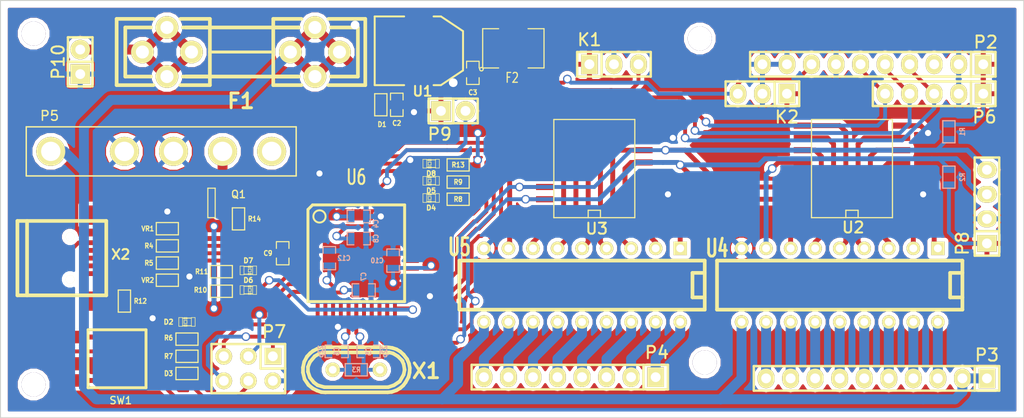
<source format=kicad_pcb>
(kicad_pcb (version 3) (host pcbnew "(2014-01-22 BZR 4631)-product")
  (layers (15 F.Cu signal) (0 B.Cu signal) (18 B.Paste user) (19 F.Paste user) (20 B.SilkS user) (21 F.SilkS user) (22 B.Mask user) (23 F.Mask user) (28 Edge.Cuts user))
  (net 0 "")
  (net 1 +10V)
  (net 2 +12V)
  (net 3 +5V)
  (net 4 +5V_MACHINE)
  (net 5 /atmega/BEEPER)
  (net 6 /atmega/BELTSHIFT)
  (net 7 /atmega/D+)
  (net 8 /atmega/D-)
  (net 9 /atmega/EOL_L)
  (net 10 /atmega/EOL_R)
  (net 11 /atmega/LED1)
  (net 12 /atmega/LED2)
  (net 13 /atmega/MISO)
  (net 14 /atmega/MOSI)
  (net 15 /atmega/OSC1)
  (net 16 /atmega/OSC2)
  (net 17 /atmega/RD+)
  (net 18 /atmega/RD-)
  (net 19 /atmega/RESET)
  (net 20 /atmega/RXLED)
  (net 21 /atmega/SCK)
  (net 22 /atmega/SCL)
  (net 23 /atmega/SDA)
  (net 24 /atmega/TXLED)
  (net 25 /atmega/UCAP)
  (net 26 /atmega/UGND)
  (net 27 /atmega/V1)
  (net 28 /atmega/V2)
  (net 29 /machine_interface/SOL_0)
  (net 30 /machine_interface/SOL_1)
  (net 31 /machine_interface/SOL_10)
  (net 32 /machine_interface/SOL_11)
  (net 33 /machine_interface/SOL_12)
  (net 34 /machine_interface/SOL_13)
  (net 35 /machine_interface/SOL_14)
  (net 36 /machine_interface/SOL_15)
  (net 37 /machine_interface/SOL_2)
  (net 38 /machine_interface/SOL_3)
  (net 39 /machine_interface/SOL_4)
  (net 40 /machine_interface/SOL_5)
  (net 41 /machine_interface/SOL_6)
  (net 42 /machine_interface/SOL_7)
  (net 43 /machine_interface/SOL_8)
  (net 44 /machine_interface/SOL_9)
  (net 45 GND)
  (net 46 "Net-(C3-Pad1)")
  (net 47 "Net-(D2-Pad1)")
  (net 48 "Net-(D4-Pad1)")
  (net 49 "Net-(D5-Pad1)")
  (net 50 "Net-(D6-Pad1)")
  (net 51 "Net-(D7-Pad1)")
  (net 52 "Net-(D8-Pad1)")
  (net 53 "Net-(F1-Pad2)")
  (net 54 "Net-(P2-Pad3)")
  (net 55 "Net-(Q1-PadG)")
  (net 56 "Net-(U2-Pad10)")
  (net 57 "Net-(U2-Pad11)")
  (net 58 "Net-(U2-Pad12)")
  (net 59 "Net-(U2-Pad13)")
  (net 60 "Net-(U2-Pad4)")
  (net 61 "Net-(U2-Pad5)")
  (net 62 "Net-(U2-Pad6)")
  (net 63 "Net-(U2-Pad7)")
  (net 64 "Net-(U2-Pad9)")
  (net 65 "Net-(U3-Pad10)")
  (net 66 "Net-(U3-Pad11)")
  (net 67 "Net-(U3-Pad12)")
  (net 68 "Net-(U3-Pad13)")
  (net 69 "Net-(U3-Pad4)")
  (net 70 "Net-(U3-Pad5)")
  (net 71 "Net-(U3-Pad6)")
  (net 72 "Net-(U3-Pad7)")
  (net 73 "Net-(U3-Pad9)")
  (net 74 "Net-(U6-Pad1)")
  (net 75 "Net-(U6-Pad12)")
  (net 76 "Net-(U6-Pad26)")
  (net 77 "Net-(U6-Pad27)")
  (net 78 "Net-(U6-Pad28)")
  (net 79 "Net-(U6-Pad29)")
  (net 80 "Net-(U6-Pad30)")
  (net 81 "Net-(U6-Pad31)")
  (net 82 "Net-(U6-Pad32)")
  (net 83 "Net-(U6-Pad33)")
  (net 84 "Net-(U6-Pad39)")
  (net 85 "Net-(X2-Pad4)")
  (net 86 VUSB)
  (module SMD_Packages:SM0603_Capa (layer F.Cu) (at 99.695 94.107 270)
    (fp_text reference C2 (at 1.905 0 360) (layer F.SilkS) (effects (font (size 0.508 0.4572) (thickness 0.1143))))
    (fp_text value 100n hide)
    (pad 1 smd rect (at -0.762 0 270) (size 0.635 1.143) (layers F.Cu F.Paste F.Mask) (net 2 +12V))
    (pad 2 smd rect (at 0.762 0 270) (size 0.635 1.143) (layers F.Cu F.Paste F.Mask) (net 45 GND))
  )
  (module SMD_Packages:SM0603_Capa (layer F.Cu) (at 107.569 90.805 270)
    (fp_text reference C3 (at 2.032 0 360) (layer F.SilkS) (effects (font (size 0.508 0.4572) (thickness 0.1143))))
    (fp_text value 100n hide)
    (pad 1 smd rect (at -0.762 0 270) (size 0.635 1.143) (layers F.Cu F.Paste F.Mask) (net 46 "Net-(C3-Pad1)"))
    (pad 2 smd rect (at 0.762 0 270) (size 0.635 1.143) (layers F.Cu F.Paste F.Mask) (net 45 GND))
  )
  (module SMD_Packages:SM0603_Capa (layer B.Cu) (at 95.758 105.664)
    (fp_text reference C4 (at 1.778 0.762 270) (layer B.SilkS) (effects (font (size 0.508 0.4572) (thickness 0.1143)) (justify mirror)))
    (fp_text value 100n hide)
    (pad 1 smd rect (at -0.762 0) (size 0.635 1.143) (layers B.Cu B.Paste B.Mask) (net 3 +5V))
    (pad 2 smd rect (at 0.762 0) (size 0.635 1.143) (layers B.Cu B.Paste B.Mask) (net 45 GND))
  )
  (module SMD_Packages:SM0603_Capa (layer B.Cu) (at 96.774 119.634 180)
    (fp_text reference C5 (at 0 0 450) (layer B.SilkS) (effects (font (size 0.508 0.4572) (thickness 0.1143)) (justify mirror)))
    (fp_text value 22p (at -1.651 0 450) (layer B.SilkS) (effects (font (size 0.508 0.4572) (thickness 0.1143)) (justify mirror)))
    (pad 1 smd rect (at -0.762 0 180) (size 0.635 1.143) (layers B.Cu B.Paste B.Mask) (net 45 GND))
    (pad 2 smd rect (at 0.762 0 180) (size 0.635 1.143) (layers B.Cu B.Paste B.Mask) (net 15 /atmega/OSC1))
  )
  (module SMD_Packages:SM0603_Capa (layer B.Cu) (at 93.472 119.634)
    (fp_text reference C6 (at 0 0 270) (layer B.SilkS) (effects (font (size 0.508 0.4572) (thickness 0.1143)) (justify mirror)))
    (fp_text value 22p (at -1.651 0 270) (layer B.SilkS) (effects (font (size 0.508 0.4572) (thickness 0.1143)) (justify mirror)))
    (pad 1 smd rect (at -0.762 0) (size 0.635 1.143) (layers B.Cu B.Paste B.Mask) (net 45 GND))
    (pad 2 smd rect (at 0.762 0) (size 0.635 1.143) (layers B.Cu B.Paste B.Mask) (net 16 /atmega/OSC2))
  )
  (module SMD_Packages:SM0603_Capa (layer B.Cu) (at 96.266 113.284)
    (fp_text reference C7 (at 0 -1.397 270) (layer B.SilkS) (effects (font (size 0.508 0.4572) (thickness 0.1143)) (justify mirror)))
    (fp_text value 100n hide)
    (pad 1 smd rect (at -0.762 0) (size 0.635 1.143) (layers B.Cu B.Paste B.Mask) (net 86 VUSB))
    (pad 2 smd rect (at 0.762 0) (size 0.635 1.143) (layers B.Cu B.Paste B.Mask) (net 45 GND))
  )
  (module SMD_Packages:SM0603_Capa (layer B.Cu) (at 95.758 107.95)
    (fp_text reference C8 (at 1.778 0 270) (layer B.SilkS) (effects (font (size 0.508 0.4572) (thickness 0.1143)) (justify mirror)))
    (fp_text value 100n hide)
    (pad 1 smd rect (at -0.762 0) (size 0.635 1.143) (layers B.Cu B.Paste B.Mask) (net 86 VUSB))
    (pad 2 smd rect (at 0.762 0) (size 0.635 1.143) (layers B.Cu B.Paste B.Mask) (net 45 GND))
  )
  (module SMD_Packages:SM0603_Capa (layer F.Cu) (at 87.884 109.474 90)
    (fp_text reference C9 (at 0 -1.524 180) (layer F.SilkS) (effects (font (size 0.508 0.4572) (thickness 0.1143))))
    (fp_text value 10u hide)
    (pad 1 smd rect (at -0.762 0 90) (size 0.635 1.143) (layers F.Cu F.Paste F.Mask) (net 25 /atmega/UCAP))
    (pad 2 smd rect (at 0.762 0 90) (size 0.635 1.143) (layers F.Cu F.Paste F.Mask) (net 26 /atmega/UGND))
  )
  (module SMD_Packages:SM0603_Capa (layer B.Cu) (at 99.314 110.236 270)
    (fp_text reference C10 (at 0 1.651 540) (layer B.SilkS) (effects (font (size 0.508 0.4572) (thickness 0.1143)) (justify mirror)))
    (fp_text value 1u hide)
    (pad 1 smd rect (at -0.762 0 270) (size 0.635 1.143) (layers B.Cu B.Paste B.Mask) (net 45 GND))
    (pad 2 smd rect (at 0.762 0 270) (size 0.635 1.143) (layers B.Cu B.Paste B.Mask) (net 3 +5V))
  )
  (module SMD_Packages:SM0603_Capa (layer B.Cu) (at 92.71 109.982 90)
    (fp_text reference C12 (at 0 1.524 360) (layer B.SilkS) (effects (font (size 0.508 0.4572) (thickness 0.1143)) (justify mirror)))
    (fp_text value 10u hide)
    (pad 1 smd rect (at -0.762 0 90) (size 0.635 1.143) (layers B.Cu B.Paste B.Mask) (net 86 VUSB))
    (pad 2 smd rect (at 0.762 0 90) (size 0.635 1.143) (layers B.Cu B.Paste B.Mask) (net 45 GND))
  )
  (module SMD_Packages:SM0603 (layer F.Cu) (at 98.044 94.107 90)
    (fp_text reference D1 (at -2.032 0.127 180) (layer F.SilkS) (effects (font (size 0.508 0.4572) (thickness 0.1143))))
    (fp_text value Schottky hide)
    (pad 1 smd rect (at -0.762 0 90) (size 0.635 1.143) (layers F.Cu F.Paste F.Mask) (net 45 GND))
    (pad 2 smd rect (at 0.762 0 90) (size 0.635 1.143) (layers F.Cu F.Paste F.Mask) (net 2 +12V))
  )
  (module LEDs:LED-0603 (layer F.Cu) (at 77.978 116.586 180)
    (fp_text reference D2 (at 1.905 0 180) (layer F.SilkS) (effects (font (size 0.508 0.508) (thickness 0.127))))
    (fp_text value LED_red hide)
    (pad 1 smd rect (at -0.7493 0 180) (size 0.79756 0.79756) (layers F.Cu F.Paste F.Mask) (net 47 "Net-(D2-Pad1)"))
    (pad 2 smd rect (at 0.7493 0 180) (size 0.79756 0.79756) (layers F.Cu F.Paste F.Mask) (net 45 GND))
  )
  (module SMD_Packages:SM0603 (layer F.Cu) (at 77.978 121.92 180)
    (fp_text reference D3 (at 1.905 0 180) (layer F.SilkS) (effects (font (size 0.508 0.4572) (thickness 0.1143))))
    (fp_text value Schottky hide)
    (pad 1 smd rect (at -0.762 0 180) (size 0.635 1.143) (layers F.Cu F.Paste F.Mask) (net 19 /atmega/RESET))
    (pad 2 smd rect (at 0.762 0 180) (size 0.635 1.143) (layers F.Cu F.Paste F.Mask) (net 86 VUSB))
  )
  (module LEDs:LED-0603 (layer F.Cu) (at 103.251 103.759 180)
    (fp_text reference D4 (at 0 -1.016 180) (layer F.SilkS) (effects (font (size 0.508 0.508) (thickness 0.127))))
    (fp_text value LED_green hide)
    (pad 1 smd rect (at -0.7493 0 180) (size 0.79756 0.79756) (layers F.Cu F.Paste F.Mask) (net 48 "Net-(D4-Pad1)"))
    (pad 2 smd rect (at 0.7493 0 180) (size 0.79756 0.79756) (layers F.Cu F.Paste F.Mask) (net 11 /atmega/LED1))
  )
  (module LEDs:LED-0603 (layer F.Cu) (at 103.251 101.981 180)
    (fp_text reference D5 (at 0 -1.016 180) (layer F.SilkS) (effects (font (size 0.508 0.508) (thickness 0.127))))
    (fp_text value LED_green hide)
    (pad 1 smd rect (at -0.7493 0 180) (size 0.79756 0.79756) (layers F.Cu F.Paste F.Mask) (net 49 "Net-(D5-Pad1)"))
    (pad 2 smd rect (at 0.7493 0 180) (size 0.79756 0.79756) (layers F.Cu F.Paste F.Mask) (net 12 /atmega/LED2))
  )
  (module LEDs:LED-0603 (layer F.Cu) (at 84.328 113.284)
    (fp_text reference D6 (at 0 -1.016) (layer F.SilkS) (effects (font (size 0.508 0.508) (thickness 0.127))))
    (fp_text value LED_yellow hide)
    (pad 1 smd rect (at -0.7493 0) (size 0.79756 0.79756) (layers F.Cu F.Paste F.Mask) (net 50 "Net-(D6-Pad1)"))
    (pad 2 smd rect (at 0.7493 0) (size 0.79756 0.79756) (layers F.Cu F.Paste F.Mask) (net 24 /atmega/TXLED))
  )
  (module LEDs:LED-0603 (layer F.Cu) (at 84.328 111.252)
    (fp_text reference D7 (at 0 -1.016) (layer F.SilkS) (effects (font (size 0.508 0.508) (thickness 0.127))))
    (fp_text value LED_yellow hide)
    (pad 1 smd rect (at -0.7493 0) (size 0.79756 0.79756) (layers F.Cu F.Paste F.Mask) (net 51 "Net-(D7-Pad1)"))
    (pad 2 smd rect (at 0.7493 0) (size 0.79756 0.79756) (layers F.Cu F.Paste F.Mask) (net 20 /atmega/RXLED))
  )
  (module LEDs:LED-0603 (layer F.Cu) (at 103.251 100.203 180)
    (fp_text reference D8 (at 0 -1.016 180) (layer F.SilkS) (effects (font (size 0.508 0.508) (thickness 0.127))))
    (fp_text value LED_red hide)
    (pad 1 smd rect (at -0.7493 0 180) (size 0.79756 0.79756) (layers F.Cu F.Paste F.Mask) (net 52 "Net-(D8-Pad1)"))
    (pad 2 smd rect (at 0.7493 0 180) (size 0.79756 0.79756) (layers F.Cu F.Paste F.Mask) (net 45 GND))
  )
  (module Fuse_Holders_and_Fuses:Fuseholder5x20_horiz_open_universal_Type-III (layer F.Cu) (at 83.566 88.646 180)
    (fp_text reference F1 (at 0 -5.08 180) (layer F.SilkS) (effects (font (thickness 0.3048))))
    (fp_text value FUSE hide)
    (pad 2 thru_hole circle (at 5.12064 0 180) (size 2.3495 2.3495) (drill 1.34874) (layers *.Cu *.Mask F.SilkS) (net 53 "Net-(F1-Pad2)"))
    (pad 2 thru_hole circle (at 10.20064 0 180) (size 2.3495 2.3495) (drill 1.34874) (layers *.Cu *.Mask F.SilkS) (net 53 "Net-(F1-Pad2)"))
    (pad 1 thru_hole circle (at -5.1181 0 180) (size 2.3495 2.3495) (drill 1.34874) (layers *.Cu *.Mask F.SilkS) (net 2 +12V))
    (pad 1 thru_hole circle (at -10.1981 0 180) (size 2.3495 2.3495) (drill 1.34874) (layers *.Cu *.Mask F.SilkS) (net 2 +12V))
    (pad 2 thru_hole circle (at 7.66064 -2.54 180) (size 2.3495 2.3495) (drill 1.34874) (layers *.Cu *.Mask F.SilkS) (net 53 "Net-(F1-Pad2)"))
    (pad 2 thru_hole circle (at 7.66064 2.54 180) (size 2.3495 2.3495) (drill 1.34874) (layers *.Cu *.Mask F.SilkS) (net 53 "Net-(F1-Pad2)"))
    (pad 1 thru_hole circle (at -7.6581 -2.54 180) (size 2.3495 2.3495) (drill 1.34874) (layers *.Cu *.Mask F.SilkS) (net 2 +12V))
    (pad 1 thru_hole circle (at -7.6581 2.54 180) (size 2.3495 2.3495) (drill 1.34874) (layers *.Cu *.Mask F.SilkS) (net 2 +12V))
  )
  (module SMD_Packages:SM1812 (layer F.Cu) (at 111.76 88.265)
    (fp_text reference F2 (at -0.127 3.048 180) (layer F.SilkS) (effects (font (size 1.016 0.762) (thickness 0.127))))
    (fp_text value MF-MSMF050-2 hide)
    (pad 1 smd rect (at -2.286 0) (size 1.397 3.81) (layers F.Cu F.Paste F.Mask) (net 46 "Net-(C3-Pad1)"))
    (pad 2 smd rect (at 2.286 0) (size 1.397 3.81) (layers F.Cu F.Paste F.Mask) (net 3 +5V))
  )
  (module Pin_Headers:Pin_Header_Straight_1x03 (layer F.Cu) (at 122.174 89.916)
    (fp_text reference K1 (at -2.54 -2.54) (layer F.SilkS) (effects (font (size 1.27 1.27) (thickness 0.2032))))
    (fp_text value CONN_3 hide)
    (pad 1 thru_hole rect (at -2.54 0) (size 1.7272 2.032) (drill 1.016) (layers *.Cu *.Mask F.SilkS) (net 3 +5V))
    (pad 2 thru_hole oval (at 0 0) (size 1.7272 2.032) (drill 1.016) (layers *.Cu *.Mask F.SilkS) (net 45 GND))
    (pad 3 thru_hole oval (at 2.54 0) (size 1.7272 2.032) (drill 1.016) (layers *.Cu *.Mask F.SilkS) (net 9 /atmega/EOL_L))
  )
  (module Pin_Headers:Pin_Header_Straight_1x03 (layer F.Cu) (at 137.541 92.964 180)
    (fp_text reference K2 (at -2.54 -2.413 180) (layer F.SilkS) (effects (font (size 1.27 1.27) (thickness 0.2032))))
    (fp_text value CONN_3 hide)
    (pad 1 thru_hole rect (at -2.54 0 180) (size 1.7272 2.032) (drill 1.016) (layers *.Cu *.Mask F.SilkS) (net 3 +5V))
    (pad 2 thru_hole oval (at 0 0 180) (size 1.7272 2.032) (drill 1.016) (layers *.Cu *.Mask F.SilkS) (net 45 GND))
    (pad 3 thru_hole oval (at 2.54 0 180) (size 1.7272 2.032) (drill 1.016) (layers *.Cu *.Mask F.SilkS) (net 10 /atmega/EOL_R))
  )
  (module Pin_Headers:Pin_Header_Straight_1x10 (layer F.Cu) (at 148.971 89.916 180)
    (fp_text reference P2 (at -11.684 2.286 180) (layer F.SilkS) (effects (font (size 1.27 1.27) (thickness 0.2032))))
    (fp_text value CONN_10 hide)
    (pad 1 thru_hole rect (at -11.43 0 180) (size 1.7272 2.032) (drill 1.016) (layers *.Cu *.Mask F.SilkS) (net 3 +5V))
    (pad 2 thru_hole oval (at -8.89 0 180) (size 1.7272 2.032) (drill 1.016) (layers *.Cu *.Mask F.SilkS) (net 45 GND))
    (pad 3 thru_hole oval (at -6.35 0 180) (size 1.7272 2.032) (drill 1.016) (layers *.Cu *.Mask F.SilkS) (net 54 "Net-(P2-Pad3)"))
    (pad 4 thru_hole oval (at -3.81 0 180) (size 1.7272 2.032) (drill 1.016) (layers *.Cu *.Mask F.SilkS) (net 28 /atmega/V2))
    (pad 5 thru_hole oval (at -1.27 0 180) (size 1.7272 2.032) (drill 1.016) (layers *.Cu *.Mask F.SilkS) (net 27 /atmega/V1))
    (pad 6 thru_hole oval (at 1.27 0 180) (size 1.7272 2.032) (drill 1.016) (layers *.Cu *.Mask F.SilkS) (net 6 /atmega/BELTSHIFT))
    (pad 7 thru_hole oval (at 3.81 0 180) (size 1.7272 2.032) (drill 1.016) (layers *.Cu *.Mask F.SilkS) (net 45 GND))
    (pad 8 thru_hole oval (at 6.35 0 180) (size 1.7272 2.032) (drill 1.016) (layers *.Cu *.Mask F.SilkS) (net 10 /atmega/EOL_R))
    (pad 9 thru_hole oval (at 8.89 0 180) (size 1.7272 2.032) (drill 1.016) (layers *.Cu *.Mask F.SilkS) (net 45 GND))
    (pad 10 thru_hole oval (at 11.43 0 180) (size 1.7272 2.032) (drill 1.016) (layers *.Cu *.Mask F.SilkS) (net 45 GND))
  )
  (module Pin_Headers:Pin_Header_Straight_1x10 (layer F.Cu) (at 149.352 122.428 180)
    (fp_text reference P3 (at -11.43 2.413 180) (layer F.SilkS) (effects (font (size 1.27 1.27) (thickness 0.2032))))
    (fp_text value CONN_10 hide)
    (pad 1 thru_hole rect (at -11.43 0 180) (size 1.7272 2.032) (drill 1.016) (layers *.Cu *.Mask F.SilkS) (net 2 +12V))
    (pad 2 thru_hole oval (at -8.89 0 180) (size 1.7272 2.032) (drill 1.016) (layers *.Cu *.Mask F.SilkS) (net 2 +12V))
    (pad 3 thru_hole oval (at -6.35 0 180) (size 1.7272 2.032) (drill 1.016) (layers *.Cu *.Mask F.SilkS) (net 29 /machine_interface/SOL_0))
    (pad 4 thru_hole oval (at -3.81 0 180) (size 1.7272 2.032) (drill 1.016) (layers *.Cu *.Mask F.SilkS) (net 30 /machine_interface/SOL_1))
    (pad 5 thru_hole oval (at -1.27 0 180) (size 1.7272 2.032) (drill 1.016) (layers *.Cu *.Mask F.SilkS) (net 37 /machine_interface/SOL_2))
    (pad 6 thru_hole oval (at 1.27 0 180) (size 1.7272 2.032) (drill 1.016) (layers *.Cu *.Mask F.SilkS) (net 38 /machine_interface/SOL_3))
    (pad 7 thru_hole oval (at 3.81 0 180) (size 1.7272 2.032) (drill 1.016) (layers *.Cu *.Mask F.SilkS) (net 39 /machine_interface/SOL_4))
    (pad 8 thru_hole oval (at 6.35 0 180) (size 1.7272 2.032) (drill 1.016) (layers *.Cu *.Mask F.SilkS) (net 40 /machine_interface/SOL_5))
    (pad 9 thru_hole oval (at 8.89 0 180) (size 1.7272 2.032) (drill 1.016) (layers *.Cu *.Mask F.SilkS) (net 41 /machine_interface/SOL_6))
    (pad 10 thru_hole oval (at 11.43 0 180) (size 1.7272 2.032) (drill 1.016) (layers *.Cu *.Mask F.SilkS) (net 42 /machine_interface/SOL_7))
  )
  (module Pin_Headers:Pin_Header_Straight_1x08 (layer F.Cu) (at 117.602 122.301 180)
    (fp_text reference P4 (at -9.017 2.54 180) (layer F.SilkS) (effects (font (size 1.27 1.27) (thickness 0.2032))))
    (fp_text value CONN_8 hide)
    (pad 1 thru_hole rect (at -8.89 0 180) (size 1.7272 2.032) (drill 1.016) (layers *.Cu *.Mask F.SilkS) (net 43 /machine_interface/SOL_8))
    (pad 2 thru_hole oval (at -6.35 0 180) (size 1.7272 2.032) (drill 1.016) (layers *.Cu *.Mask F.SilkS) (net 44 /machine_interface/SOL_9))
    (pad 3 thru_hole oval (at -3.81 0 180) (size 1.7272 2.032) (drill 1.016) (layers *.Cu *.Mask F.SilkS) (net 31 /machine_interface/SOL_10))
    (pad 4 thru_hole oval (at -1.27 0 180) (size 1.7272 2.032) (drill 1.016) (layers *.Cu *.Mask F.SilkS) (net 32 /machine_interface/SOL_11))
    (pad 5 thru_hole oval (at 1.27 0 180) (size 1.7272 2.032) (drill 1.016) (layers *.Cu *.Mask F.SilkS) (net 33 /machine_interface/SOL_12))
    (pad 6 thru_hole oval (at 3.81 0 180) (size 1.7272 2.032) (drill 1.016) (layers *.Cu *.Mask F.SilkS) (net 34 /machine_interface/SOL_13))
    (pad 7 thru_hole oval (at 6.35 0 180) (size 1.7272 2.032) (drill 1.016) (layers *.Cu *.Mask F.SilkS) (net 35 /machine_interface/SOL_14))
    (pad 8 thru_hole oval (at 8.89 0 180) (size 1.7272 2.032) (drill 1.016) (layers *.Cu *.Mask F.SilkS) (net 36 /machine_interface/SOL_15))
  )
  (module Pin_Headers:Pin_Header_Straight_1x05 (layer F.Cu) (at 155.321 92.964 180)
    (fp_text reference P6 (at -5.207 -2.413 180) (layer F.SilkS) (effects (font (size 1.27 1.27) (thickness 0.2032))))
    (fp_text value CONN_5 hide)
    (pad 1 thru_hole rect (at -5.08 0 180) (size 1.7272 2.032) (drill 1.016) (layers *.Cu *.Mask F.SilkS) (net 3 +5V))
    (pad 2 thru_hole oval (at -2.54 0 180) (size 1.7272 2.032) (drill 1.016) (layers *.Cu *.Mask F.SilkS) (net 45 GND))
    (pad 3 thru_hole oval (at 0 0 180) (size 1.7272 2.032) (drill 1.016) (layers *.Cu *.Mask F.SilkS) (net 28 /atmega/V2))
    (pad 4 thru_hole oval (at 2.54 0 180) (size 1.7272 2.032) (drill 1.016) (layers *.Cu *.Mask F.SilkS) (net 27 /atmega/V1))
    (pad 5 thru_hole oval (at 5.08 0 180) (size 1.7272 2.032) (drill 1.016) (layers *.Cu *.Mask F.SilkS) (net 6 /atmega/BELTSHIFT))
  )
  (module Pin_Headers:Pin_Header_Straight_2x03 (layer F.Cu) (at 84.328 121.412 180)
    (fp_text reference P7 (at -2.667 3.81 180) (layer F.SilkS) (effects (font (size 1.27 1.27) (thickness 0.2032))))
    (fp_text value CONN_3X2 hide)
    (pad 1 thru_hole rect (at -2.54 1.27 180) (size 1.7272 1.7272) (drill 1.016) (layers *.Cu *.Mask F.SilkS) (net 13 /atmega/MISO))
    (pad 2 thru_hole oval (at 0 1.27 180) (size 1.7272 1.7272) (drill 1.016) (layers *.Cu *.Mask F.SilkS) (net 3 +5V))
    (pad 3 thru_hole oval (at 2.54 1.27 180) (size 1.7272 1.7272) (drill 1.016) (layers *.Cu *.Mask F.SilkS) (net 21 /atmega/SCK))
    (pad 4 thru_hole oval (at 2.54 -1.27 180) (size 1.7272 1.7272) (drill 1.016) (layers *.Cu *.Mask F.SilkS) (net 14 /atmega/MOSI))
    (pad 5 thru_hole oval (at 0 -1.27 180) (size 1.7272 1.7272) (drill 1.016) (layers *.Cu *.Mask F.SilkS) (net 19 /atmega/RESET))
    (pad 6 thru_hole oval (at -2.54 -1.27 180) (size 1.7272 1.7272) (drill 1.016) (layers *.Cu *.Mask F.SilkS) (net 45 GND))
  )
  (module Pin_Headers:Pin_Header_Straight_1x04 (layer F.Cu) (at 160.782 104.648 90)
    (fp_text reference P8 (at -3.81 -2.54 90) (layer F.SilkS) (effects (font (size 1.27 1.27) (thickness 0.2032))))
    (fp_text value CONN_4 hide)
    (pad 1 thru_hole rect (at -3.81 0 90) (size 1.7272 2.032) (drill 1.016) (layers *.Cu *.Mask F.SilkS) (net 3 +5V))
    (pad 2 thru_hole oval (at -1.27 0 90) (size 1.7272 2.032) (drill 1.016) (layers *.Cu *.Mask F.SilkS) (net 45 GND))
    (pad 3 thru_hole oval (at 1.27 0 90) (size 1.7272 2.032) (drill 1.016) (layers *.Cu *.Mask F.SilkS) (net 23 /atmega/SDA))
    (pad 4 thru_hole oval (at 3.81 0 90) (size 1.7272 2.032) (drill 1.016) (layers *.Cu *.Mask F.SilkS) (net 22 /atmega/SCL))
  )
  (module Pin_Headers:Pin_Header_Straight_1x02 (layer F.Cu) (at 105.537 94.742)
    (fp_text reference P9 (at -1.397 2.413) (layer F.SilkS) (effects (font (size 1.27 1.27) (thickness 0.2032))))
    (fp_text value CONN_2 hide)
    (pad 1 thru_hole rect (at -1.27 0) (size 2.032 2.032) (drill 1.016) (layers *.Cu *.Mask F.SilkS) (net 3 +5V))
    (pad 2 thru_hole oval (at 1.27 0) (size 2.032 2.032) (drill 1.016) (layers *.Cu *.Mask F.SilkS) (net 5 /atmega/BEEPER))
  )
  (module SMD_Packages:SOT23GDS (layer F.Cu) (at 80.518 104.267 270)
    (fp_text reference Q1 (at -0.889 -2.794 360) (layer F.SilkS) (effects (font (size 0.762 0.762) (thickness 0.12954))))
    (fp_text value MOSFET_P hide)
    (pad S smd rect (at -0.889 -1.016 270) (size 0.9144 0.9144) (layers F.Cu F.Paste F.Mask) (net 4 +5V_MACHINE))
    (pad G smd rect (at 0.889 -1.016 270) (size 0.9144 0.9144) (layers F.Cu F.Paste F.Mask) (net 55 "Net-(Q1-PadG)"))
    (pad D smd rect (at 0 1.016 270) (size 0.9144 0.9144) (layers F.Cu F.Paste F.Mask) (net 3 +5V))
  )
  (module SMD_Packages:SM0603 (layer B.Cu) (at 156.845 96.901 270)
    (fp_text reference R1 (at 0 -1.397 270) (layer B.SilkS) (effects (font (size 0.508 0.4572) (thickness 0.1143)) (justify mirror)))
    (fp_text value 10k hide)
    (pad 1 smd rect (at -0.762 0 270) (size 0.635 1.143) (layers B.Cu B.Paste B.Mask) (net 3 +5V))
    (pad 2 smd rect (at 0.762 0 270) (size 0.635 1.143) (layers B.Cu B.Paste B.Mask) (net 22 /atmega/SCL))
  )
  (module SMD_Packages:SM0603 (layer B.Cu) (at 156.845 101.6 90)
    (fp_text reference R2 (at 0 1.397 90) (layer B.SilkS) (effects (font (size 0.508 0.4572) (thickness 0.1143)) (justify mirror)))
    (fp_text value 10k hide)
    (pad 1 smd rect (at -0.762 0 90) (size 0.635 1.143) (layers B.Cu B.Paste B.Mask) (net 3 +5V))
    (pad 2 smd rect (at 0.762 0 90) (size 0.635 1.143) (layers B.Cu B.Paste B.Mask) (net 23 /atmega/SDA))
  )
  (module SMD_Packages:SM0603 (layer B.Cu) (at 95.504 121.539 180)
    (fp_text reference R3 (at 0 0 180) (layer B.SilkS) (effects (font (size 0.508 0.4572) (thickness 0.1143)) (justify mirror)))
    (fp_text value 1M hide)
    (pad 1 smd rect (at -0.762 0 180) (size 0.635 1.143) (layers B.Cu B.Paste B.Mask) (net 15 /atmega/OSC1))
    (pad 2 smd rect (at 0.762 0 180) (size 0.635 1.143) (layers B.Cu B.Paste B.Mask) (net 16 /atmega/OSC2))
  )
  (module SMD_Packages:SM0603 (layer F.Cu) (at 75.946 108.712 180)
    (fp_text reference R4 (at 1.905 0 180) (layer F.SilkS) (effects (font (size 0.508 0.4572) (thickness 0.1143))))
    (fp_text value 22R hide)
    (pad 1 smd rect (at -0.762 0 180) (size 0.635 1.143) (layers F.Cu F.Paste F.Mask) (net 18 /atmega/RD-))
    (pad 2 smd rect (at 0.762 0 180) (size 0.635 1.143) (layers F.Cu F.Paste F.Mask) (net 8 /atmega/D-))
  )
  (module SMD_Packages:SM0603 (layer F.Cu) (at 75.946 110.49 180)
    (fp_text reference R5 (at 1.905 0 180) (layer F.SilkS) (effects (font (size 0.508 0.4572) (thickness 0.1143))))
    (fp_text value 22R hide)
    (pad 1 smd rect (at -0.762 0 180) (size 0.635 1.143) (layers F.Cu F.Paste F.Mask) (net 17 /atmega/RD+))
    (pad 2 smd rect (at 0.762 0 180) (size 0.635 1.143) (layers F.Cu F.Paste F.Mask) (net 7 /atmega/D+))
  )
  (module SMD_Packages:SM0603 (layer F.Cu) (at 77.978 118.364 180)
    (fp_text reference R6 (at 1.905 0.127 180) (layer F.SilkS) (effects (font (size 0.508 0.4572) (thickness 0.1143))))
    (fp_text value 150R hide)
    (pad 1 smd rect (at -0.762 0 180) (size 0.635 1.143) (layers F.Cu F.Paste F.Mask) (net 47 "Net-(D2-Pad1)"))
    (pad 2 smd rect (at 0.762 0 180) (size 0.635 1.143) (layers F.Cu F.Paste F.Mask) (net 86 VUSB))
  )
  (module SMD_Packages:SM0603 (layer F.Cu) (at 77.978 120.142)
    (fp_text reference R7 (at -1.905 0) (layer F.SilkS) (effects (font (size 0.508 0.4572) (thickness 0.1143))))
    (fp_text value 10k hide)
    (pad 1 smd rect (at -0.762 0) (size 0.635 1.143) (layers F.Cu F.Paste F.Mask) (net 86 VUSB))
    (pad 2 smd rect (at 0.762 0) (size 0.635 1.143) (layers F.Cu F.Paste F.Mask) (net 19 /atmega/RESET))
  )
  (module SMD_Packages:SM0603 (layer F.Cu) (at 106.045 103.886 180)
    (fp_text reference R8 (at 0 0 180) (layer F.SilkS) (effects (font (size 0.508 0.4572) (thickness 0.1143))))
    (fp_text value 150R hide)
    (pad 1 smd rect (at -0.762 0 180) (size 0.635 1.143) (layers F.Cu F.Paste F.Mask) (net 3 +5V))
    (pad 2 smd rect (at 0.762 0 180) (size 0.635 1.143) (layers F.Cu F.Paste F.Mask) (net 48 "Net-(D4-Pad1)"))
  )
  (module SMD_Packages:SM0603 (layer F.Cu) (at 106.045 102.108 180)
    (fp_text reference R9 (at 0 0 180) (layer F.SilkS) (effects (font (size 0.508 0.4572) (thickness 0.1143))))
    (fp_text value 150R hide)
    (pad 1 smd rect (at -0.762 0 180) (size 0.635 1.143) (layers F.Cu F.Paste F.Mask) (net 3 +5V))
    (pad 2 smd rect (at 0.762 0 180) (size 0.635 1.143) (layers F.Cu F.Paste F.Mask) (net 49 "Net-(D5-Pad1)"))
  )
  (module SMD_Packages:SM0603 (layer F.Cu) (at 81.534 113.411)
    (fp_text reference R10 (at -2.159 -0.127) (layer F.SilkS) (effects (font (size 0.508 0.4572) (thickness 0.1143))))
    (fp_text value 150R hide)
    (pad 1 smd rect (at -0.762 0) (size 0.635 1.143) (layers F.Cu F.Paste F.Mask) (net 3 +5V))
    (pad 2 smd rect (at 0.762 0) (size 0.635 1.143) (layers F.Cu F.Paste F.Mask) (net 50 "Net-(D6-Pad1)"))
  )
  (module SMD_Packages:SM0603 (layer F.Cu) (at 81.534 111.379)
    (fp_text reference R11 (at -2.032 0) (layer F.SilkS) (effects (font (size 0.508 0.4572) (thickness 0.1143))))
    (fp_text value 150R hide)
    (pad 1 smd rect (at -0.762 0) (size 0.635 1.143) (layers F.Cu F.Paste F.Mask) (net 3 +5V))
    (pad 2 smd rect (at 0.762 0) (size 0.635 1.143) (layers F.Cu F.Paste F.Mask) (net 51 "Net-(D7-Pad1)"))
  )
  (module SMD_Packages:SM0603 (layer F.Cu) (at 71.501 114.427 270)
    (fp_text reference R12 (at 0 -1.651 360) (layer F.SilkS) (effects (font (size 0.508 0.4572) (thickness 0.1143))))
    (fp_text value 0R hide)
    (pad 1 smd rect (at -0.762 0 270) (size 0.635 1.143) (layers F.Cu F.Paste F.Mask) (net 26 /atmega/UGND))
    (pad 2 smd rect (at 0.762 0 270) (size 0.635 1.143) (layers F.Cu F.Paste F.Mask) (net 45 GND))
  )
  (module SMD_Packages:SM0603 (layer F.Cu) (at 106.045 100.33 180)
    (fp_text reference R13 (at 0 0 180) (layer F.SilkS) (effects (font (size 0.508 0.4572) (thickness 0.1143))))
    (fp_text value 150R hide)
    (pad 1 smd rect (at -0.762 0 180) (size 0.635 1.143) (layers F.Cu F.Paste F.Mask) (net 3 +5V))
    (pad 2 smd rect (at 0.762 0 180) (size 0.635 1.143) (layers F.Cu F.Paste F.Mask) (net 52 "Net-(D8-Pad1)"))
  )
  (module SMD_Packages:SM0603 (layer F.Cu) (at 83.312 105.918 90)
    (fp_text reference R14 (at 0 1.651 180) (layer F.SilkS) (effects (font (size 0.508 0.4572) (thickness 0.1143))))
    (fp_text value 0R hide)
    (pad 1 smd rect (at -0.762 0 90) (size 0.635 1.143) (layers F.Cu F.Paste F.Mask) (net 86 VUSB))
    (pad 2 smd rect (at 0.762 0 90) (size 0.635 1.143) (layers F.Cu F.Paste F.Mask) (net 55 "Net-(Q1-PadG)"))
  )
  (module SMD_Packages:SOT223 (layer F.Cu) (at 101.981 88.519 270)
    (fp_text reference U1 (at 4.191 -0.381 360) (layer F.SilkS) (effects (font (size 1.016 1.016) (thickness 0.2032))))
    (fp_text value LM1117 hide)
    (pad 4 smd rect (at 0 -3.302 270) (size 3.6576 2.032) (layers F.Cu F.Paste F.Mask))
    (pad 2 smd rect (at 0 3.302 270) (size 1.016 2.032) (layers F.Cu F.Paste F.Mask) (net 46 "Net-(C3-Pad1)"))
    (pad 3 smd rect (at 2.286 3.302 270) (size 1.016 2.032) (layers F.Cu F.Paste F.Mask) (net 2 +12V))
    (pad 1 smd rect (at -2.286 3.302 270) (size 1.016 2.032) (layers F.Cu F.Paste F.Mask) (net 45 GND))
  )
  (module SMD_Packages:SO16L (layer F.Cu) (at 146.812 100.711 90)
    (fp_text reference U2 (at -6.096 0.127 180) (layer F.SilkS) (effects (font (size 1.143 1.143) (thickness 0.2032))))
    (fp_text value PCF8574 hide)
    (pad 1 smd rect (at -4.445 5.08 90) (size 0.635 1.905) (layers F.Cu F.Paste F.Mask) (net 45 GND))
    (pad 2 smd rect (at -3.175 5.08 90) (size 0.635 1.905) (layers F.Cu F.Paste F.Mask) (net 45 GND))
    (pad 3 smd rect (at -1.905 5.08 90) (size 0.635 1.905) (layers F.Cu F.Paste F.Mask) (net 45 GND))
    (pad 4 smd rect (at -0.635 5.08 90) (size 0.635 1.905) (layers F.Cu F.Paste F.Mask) (net 60 "Net-(U2-Pad4)"))
    (pad 5 smd rect (at 0.635 5.08 90) (size 0.635 1.905) (layers F.Cu F.Paste F.Mask) (net 61 "Net-(U2-Pad5)"))
    (pad 6 smd rect (at 1.905 5.08 90) (size 0.635 1.905) (layers F.Cu F.Paste F.Mask) (net 62 "Net-(U2-Pad6)"))
    (pad 7 smd rect (at 3.175 5.08 90) (size 0.635 1.905) (layers F.Cu F.Paste F.Mask) (net 63 "Net-(U2-Pad7)"))
    (pad 8 smd rect (at 4.445 5.08 90) (size 0.635 1.905) (layers F.Cu F.Paste F.Mask) (net 45 GND))
    (pad 9 smd rect (at 4.445 -5.08 90) (size 0.635 1.905) (layers F.Cu F.Paste F.Mask) (net 64 "Net-(U2-Pad9)"))
    (pad 10 smd rect (at 3.175 -5.08 90) (size 0.635 1.905) (layers F.Cu F.Paste F.Mask) (net 56 "Net-(U2-Pad10)"))
    (pad 11 smd rect (at 1.905 -5.08 90) (size 0.635 1.905) (layers F.Cu F.Paste F.Mask) (net 57 "Net-(U2-Pad11)"))
    (pad 12 smd rect (at 0.635 -5.08 90) (size 0.635 1.905) (layers F.Cu F.Paste F.Mask) (net 58 "Net-(U2-Pad12)"))
    (pad 13 smd rect (at -0.635 -5.08 90) (size 0.635 1.905) (layers F.Cu F.Paste F.Mask) (net 59 "Net-(U2-Pad13)"))
    (pad 14 smd rect (at -1.905 -5.08 90) (size 0.635 1.905) (layers F.Cu F.Paste F.Mask) (net 22 /atmega/SCL))
    (pad 15 smd rect (at -3.175 -5.08 90) (size 0.635 1.905) (layers F.Cu F.Paste F.Mask) (net 23 /atmega/SDA))
    (pad 16 smd rect (at -4.445 -5.08 90) (size 0.635 1.905) (layers F.Cu F.Paste F.Mask) (net 3 +5V))
  )
  (module SMD_Packages:SO16L (layer F.Cu) (at 120.142 100.711 90)
    (fp_text reference U3 (at -6.223 0.254 180) (layer F.SilkS) (effects (font (size 1.143 1.143) (thickness 0.2032))))
    (fp_text value PCF8574 hide)
    (pad 1 smd rect (at -4.445 5.08 90) (size 0.635 1.905) (layers F.Cu F.Paste F.Mask) (net 3 +5V))
    (pad 2 smd rect (at -3.175 5.08 90) (size 0.635 1.905) (layers F.Cu F.Paste F.Mask) (net 45 GND))
    (pad 3 smd rect (at -1.905 5.08 90) (size 0.635 1.905) (layers F.Cu F.Paste F.Mask) (net 45 GND))
    (pad 4 smd rect (at -0.635 5.08 90) (size 0.635 1.905) (layers F.Cu F.Paste F.Mask) (net 69 "Net-(U3-Pad4)"))
    (pad 5 smd rect (at 0.635 5.08 90) (size 0.635 1.905) (layers F.Cu F.Paste F.Mask) (net 70 "Net-(U3-Pad5)"))
    (pad 6 smd rect (at 1.905 5.08 90) (size 0.635 1.905) (layers F.Cu F.Paste F.Mask) (net 71 "Net-(U3-Pad6)"))
    (pad 7 smd rect (at 3.175 5.08 90) (size 0.635 1.905) (layers F.Cu F.Paste F.Mask) (net 72 "Net-(U3-Pad7)"))
    (pad 8 smd rect (at 4.445 5.08 90) (size 0.635 1.905) (layers F.Cu F.Paste F.Mask) (net 45 GND))
    (pad 9 smd rect (at 4.445 -5.08 90) (size 0.635 1.905) (layers F.Cu F.Paste F.Mask) (net 73 "Net-(U3-Pad9)"))
    (pad 10 smd rect (at 3.175 -5.08 90) (size 0.635 1.905) (layers F.Cu F.Paste F.Mask) (net 65 "Net-(U3-Pad10)"))
    (pad 11 smd rect (at 1.905 -5.08 90) (size 0.635 1.905) (layers F.Cu F.Paste F.Mask) (net 66 "Net-(U3-Pad11)"))
    (pad 12 smd rect (at 0.635 -5.08 90) (size 0.635 1.905) (layers F.Cu F.Paste F.Mask) (net 67 "Net-(U3-Pad12)"))
    (pad 13 smd rect (at -0.635 -5.08 90) (size 0.635 1.905) (layers F.Cu F.Paste F.Mask) (net 68 "Net-(U3-Pad13)"))
    (pad 14 smd rect (at -1.905 -5.08 90) (size 0.635 1.905) (layers F.Cu F.Paste F.Mask) (net 22 /atmega/SCL))
    (pad 15 smd rect (at -3.175 -5.08 90) (size 0.635 1.905) (layers F.Cu F.Paste F.Mask) (net 23 /atmega/SDA))
    (pad 16 smd rect (at -4.445 -5.08 90) (size 0.635 1.905) (layers F.Cu F.Paste F.Mask) (net 3 +5V))
  )
  (module Sockets_DIP:DIP-18__300 (layer F.Cu) (at 145.542 112.776 180)
    (fp_text reference U4 (at 12.7 3.81 180) (layer F.SilkS) (effects (font (size 1.778 1.143) (thickness 0.3048))))
    (fp_text value ULN2803 hide)
    (pad 1 thru_hole rect (at -10.16 3.81 180) (size 1.397 1.397) (drill 0.8128) (layers *.Cu *.Mask F.SilkS) (net 60 "Net-(U2-Pad4)"))
    (pad 2 thru_hole circle (at -7.62 3.81 180) (size 1.397 1.397) (drill 0.8128) (layers *.Cu *.Mask F.SilkS) (net 61 "Net-(U2-Pad5)"))
    (pad 3 thru_hole circle (at -5.08 3.81 180) (size 1.397 1.397) (drill 0.8128) (layers *.Cu *.Mask F.SilkS) (net 62 "Net-(U2-Pad6)"))
    (pad 4 thru_hole circle (at -2.54 3.81 180) (size 1.397 1.397) (drill 0.8128) (layers *.Cu *.Mask F.SilkS) (net 63 "Net-(U2-Pad7)"))
    (pad 5 thru_hole circle (at 0 3.81 180) (size 1.397 1.397) (drill 0.8128) (layers *.Cu *.Mask F.SilkS) (net 64 "Net-(U2-Pad9)"))
    (pad 6 thru_hole circle (at 2.54 3.81 180) (size 1.397 1.397) (drill 0.8128) (layers *.Cu *.Mask F.SilkS) (net 56 "Net-(U2-Pad10)"))
    (pad 7 thru_hole circle (at 5.08 3.81 180) (size 1.397 1.397) (drill 0.8128) (layers *.Cu *.Mask F.SilkS) (net 57 "Net-(U2-Pad11)"))
    (pad 8 thru_hole circle (at 7.62 3.81 180) (size 1.397 1.397) (drill 0.8128) (layers *.Cu *.Mask F.SilkS) (net 58 "Net-(U2-Pad12)"))
    (pad 9 thru_hole circle (at 10.16 3.81 180) (size 1.397 1.397) (drill 0.8128) (layers *.Cu *.Mask F.SilkS) (net 45 GND))
    (pad 10 thru_hole circle (at 10.16 -3.81 180) (size 1.397 1.397) (drill 0.8128) (layers *.Cu *.Mask F.SilkS) (net 2 +12V))
    (pad 11 thru_hole circle (at 7.62 -3.81 180) (size 1.397 1.397) (drill 0.8128) (layers *.Cu *.Mask F.SilkS) (net 42 /machine_interface/SOL_7))
    (pad 12 thru_hole circle (at 5.08 -3.81 180) (size 1.397 1.397) (drill 0.8128) (layers *.Cu *.Mask F.SilkS) (net 41 /machine_interface/SOL_6))
    (pad 13 thru_hole circle (at 2.54 -3.81 180) (size 1.397 1.397) (drill 0.8128) (layers *.Cu *.Mask F.SilkS) (net 40 /machine_interface/SOL_5))
    (pad 14 thru_hole circle (at 0 -3.81 180) (size 1.397 1.397) (drill 0.8128) (layers *.Cu *.Mask F.SilkS) (net 39 /machine_interface/SOL_4))
    (pad 15 thru_hole circle (at -2.54 -3.81 180) (size 1.397 1.397) (drill 0.8128) (layers *.Cu *.Mask F.SilkS) (net 38 /machine_interface/SOL_3))
    (pad 16 thru_hole circle (at -5.08 -3.81 180) (size 1.397 1.397) (drill 0.8128) (layers *.Cu *.Mask F.SilkS) (net 37 /machine_interface/SOL_2))
    (pad 17 thru_hole circle (at -7.62 -3.81 180) (size 1.397 1.397) (drill 0.8128) (layers *.Cu *.Mask F.SilkS) (net 30 /machine_interface/SOL_1))
    (pad 18 thru_hole circle (at -10.16 -3.81 180) (size 1.397 1.397) (drill 0.8128) (layers *.Cu *.Mask F.SilkS) (net 29 /machine_interface/SOL_0))
  )
  (module Sockets_DIP:DIP-18__300 (layer F.Cu) (at 118.872 112.776 180)
    (fp_text reference U5 (at 12.7 3.937 180) (layer F.SilkS) (effects (font (size 1.778 1.143) (thickness 0.3048))))
    (fp_text value ULN2803 hide)
    (pad 1 thru_hole rect (at -10.16 3.81 180) (size 1.397 1.397) (drill 0.8128) (layers *.Cu *.Mask F.SilkS) (net 69 "Net-(U3-Pad4)"))
    (pad 2 thru_hole circle (at -7.62 3.81 180) (size 1.397 1.397) (drill 0.8128) (layers *.Cu *.Mask F.SilkS) (net 70 "Net-(U3-Pad5)"))
    (pad 3 thru_hole circle (at -5.08 3.81 180) (size 1.397 1.397) (drill 0.8128) (layers *.Cu *.Mask F.SilkS) (net 71 "Net-(U3-Pad6)"))
    (pad 4 thru_hole circle (at -2.54 3.81 180) (size 1.397 1.397) (drill 0.8128) (layers *.Cu *.Mask F.SilkS) (net 72 "Net-(U3-Pad7)"))
    (pad 5 thru_hole circle (at 0 3.81 180) (size 1.397 1.397) (drill 0.8128) (layers *.Cu *.Mask F.SilkS) (net 73 "Net-(U3-Pad9)"))
    (pad 6 thru_hole circle (at 2.54 3.81 180) (size 1.397 1.397) (drill 0.8128) (layers *.Cu *.Mask F.SilkS) (net 65 "Net-(U3-Pad10)"))
    (pad 7 thru_hole circle (at 5.08 3.81 180) (size 1.397 1.397) (drill 0.8128) (layers *.Cu *.Mask F.SilkS) (net 66 "Net-(U3-Pad11)"))
    (pad 8 thru_hole circle (at 7.62 3.81 180) (size 1.397 1.397) (drill 0.8128) (layers *.Cu *.Mask F.SilkS) (net 67 "Net-(U3-Pad12)"))
    (pad 9 thru_hole circle (at 10.16 3.81 180) (size 1.397 1.397) (drill 0.8128) (layers *.Cu *.Mask F.SilkS) (net 45 GND))
    (pad 10 thru_hole circle (at 10.16 -3.81 180) (size 1.397 1.397) (drill 0.8128) (layers *.Cu *.Mask F.SilkS) (net 2 +12V))
    (pad 11 thru_hole circle (at 7.62 -3.81 180) (size 1.397 1.397) (drill 0.8128) (layers *.Cu *.Mask F.SilkS) (net 36 /machine_interface/SOL_15))
    (pad 12 thru_hole circle (at 5.08 -3.81 180) (size 1.397 1.397) (drill 0.8128) (layers *.Cu *.Mask F.SilkS) (net 35 /machine_interface/SOL_14))
    (pad 13 thru_hole circle (at 2.54 -3.81 180) (size 1.397 1.397) (drill 0.8128) (layers *.Cu *.Mask F.SilkS) (net 34 /machine_interface/SOL_13))
    (pad 14 thru_hole circle (at 0 -3.81 180) (size 1.397 1.397) (drill 0.8128) (layers *.Cu *.Mask F.SilkS) (net 33 /machine_interface/SOL_12))
    (pad 15 thru_hole circle (at -2.54 -3.81 180) (size 1.397 1.397) (drill 0.8128) (layers *.Cu *.Mask F.SilkS) (net 32 /machine_interface/SOL_11))
    (pad 16 thru_hole circle (at -5.08 -3.81 180) (size 1.397 1.397) (drill 0.8128) (layers *.Cu *.Mask F.SilkS) (net 31 /machine_interface/SOL_10))
    (pad 17 thru_hole circle (at -7.62 -3.81 180) (size 1.397 1.397) (drill 0.8128) (layers *.Cu *.Mask F.SilkS) (net 44 /machine_interface/SOL_9))
    (pad 18 thru_hole circle (at -10.16 -3.81 180) (size 1.397 1.397) (drill 0.8128) (layers *.Cu *.Mask F.SilkS) (net 43 /machine_interface/SOL_8))
  )
  (module SMD_Packages:TQFP44 (layer F.Cu) (at 95.504 109.474)
    (fp_text reference U6 (at 0 -7.874) (layer F.SilkS) (effects (font (size 1.524 1.016) (thickness 0.2032))))
    (fp_text value ATMEGA32U4-A hide)
    (pad 39 smd rect (at 0 -5.715) (size 0.4064 1.524) (layers F.Cu F.Paste F.Mask) (net 84 "Net-(U6-Pad39)"))
    (pad 40 smd rect (at -0.8001 -5.715) (size 0.4064 1.524) (layers F.Cu F.Paste F.Mask) (net 9 /atmega/EOL_L))
    (pad 41 smd rect (at -1.6002 -5.715) (size 0.4064 1.524) (layers F.Cu F.Paste F.Mask) (net 10 /atmega/EOL_R))
    (pad 42 smd rect (at -2.4003 -5.715) (size 0.4064 1.524) (layers F.Cu F.Paste F.Mask) (net 3 +5V))
    (pad 43 smd rect (at -3.2004 -5.715) (size 0.4064 1.524) (layers F.Cu F.Paste F.Mask) (net 45 GND))
    (pad 44 smd rect (at -4.0005 -5.715) (size 0.4064 1.524) (layers F.Cu F.Paste F.Mask) (net 3 +5V))
    (pad 38 smd rect (at 0.8001 -5.715) (size 0.4064 1.524) (layers F.Cu F.Paste F.Mask) (net 12 /atmega/LED2))
    (pad 37 smd rect (at 1.6002 -5.715) (size 0.4064 1.524) (layers F.Cu F.Paste F.Mask) (net 11 /atmega/LED1))
    (pad 36 smd rect (at 2.4003 -5.715) (size 0.4064 1.524) (layers F.Cu F.Paste F.Mask) (net 5 /atmega/BEEPER))
    (pad 35 smd rect (at 3.2004 -5.715) (size 0.4064 1.524) (layers F.Cu F.Paste F.Mask) (net 45 GND))
    (pad 34 smd rect (at 4.0005 -5.715) (size 0.4064 1.524) (layers F.Cu F.Paste F.Mask) (net 86 VUSB))
    (pad 17 smd rect (at 0 5.715) (size 0.4064 1.524) (layers F.Cu F.Paste F.Mask) (net 15 /atmega/OSC1))
    (pad 16 smd rect (at -0.8001 5.715) (size 0.4064 1.524) (layers F.Cu F.Paste F.Mask) (net 16 /atmega/OSC2))
    (pad 15 smd rect (at -1.6002 5.715) (size 0.4064 1.524) (layers F.Cu F.Paste F.Mask) (net 45 GND))
    (pad 14 smd rect (at -2.4003 5.715) (size 0.4064 1.524) (layers F.Cu F.Paste F.Mask) (net 86 VUSB))
    (pad 13 smd rect (at -3.2004 5.715) (size 0.4064 1.524) (layers F.Cu F.Paste F.Mask) (net 19 /atmega/RESET))
    (pad 12 smd rect (at -4.0005 5.715) (size 0.4064 1.524) (layers F.Cu F.Paste F.Mask) (net 75 "Net-(U6-Pad12)"))
    (pad 18 smd rect (at 0.8001 5.715) (size 0.4064 1.524) (layers F.Cu F.Paste F.Mask) (net 22 /atmega/SCL))
    (pad 19 smd rect (at 1.6002 5.715) (size 0.4064 1.524) (layers F.Cu F.Paste F.Mask) (net 23 /atmega/SDA))
    (pad 20 smd rect (at 2.4003 5.715) (size 0.4064 1.524) (layers F.Cu F.Paste F.Mask) (net 28 /atmega/V2))
    (pad 21 smd rect (at 3.2004 5.715) (size 0.4064 1.524) (layers F.Cu F.Paste F.Mask) (net 27 /atmega/V1))
    (pad 22 smd rect (at 4.0005 5.715) (size 0.4064 1.524) (layers F.Cu F.Paste F.Mask) (net 24 /atmega/TXLED))
    (pad 6 smd rect (at -5.715 0) (size 1.524 0.4064) (layers F.Cu F.Paste F.Mask) (net 25 /atmega/UCAP))
    (pad 28 smd rect (at 5.715 0) (size 1.524 0.4064) (layers F.Cu F.Paste F.Mask) (net 78 "Net-(U6-Pad28)"))
    (pad 7 smd rect (at -5.715 0.8001) (size 1.524 0.4064) (layers F.Cu F.Paste F.Mask) (net 86 VUSB))
    (pad 27 smd rect (at 5.715 0.8001) (size 1.524 0.4064) (layers F.Cu F.Paste F.Mask) (net 77 "Net-(U6-Pad27)"))
    (pad 26 smd rect (at 5.715 1.6002) (size 1.524 0.4064) (layers F.Cu F.Paste F.Mask) (net 76 "Net-(U6-Pad26)"))
    (pad 8 smd rect (at -5.715 1.6002) (size 1.524 0.4064) (layers F.Cu F.Paste F.Mask) (net 20 /atmega/RXLED))
    (pad 9 smd rect (at -5.715 2.4003) (size 1.524 0.4064) (layers F.Cu F.Paste F.Mask) (net 21 /atmega/SCK))
    (pad 25 smd rect (at 5.715 2.4003) (size 1.524 0.4064) (layers F.Cu F.Paste F.Mask) (net 6 /atmega/BELTSHIFT))
    (pad 24 smd rect (at 5.715 3.2004) (size 1.524 0.4064) (layers F.Cu F.Paste F.Mask) (net 3 +5V))
    (pad 10 smd rect (at -5.715 3.2004) (size 1.524 0.4064) (layers F.Cu F.Paste F.Mask) (net 14 /atmega/MOSI))
    (pad 11 smd rect (at -5.715 4.0005) (size 1.524 0.4064) (layers F.Cu F.Paste F.Mask) (net 13 /atmega/MISO))
    (pad 23 smd rect (at 5.715 4.0005) (size 1.524 0.4064) (layers F.Cu F.Paste F.Mask) (net 45 GND))
    (pad 29 smd rect (at 5.715 -0.8001) (size 1.524 0.4064) (layers F.Cu F.Paste F.Mask) (net 79 "Net-(U6-Pad29)"))
    (pad 5 smd rect (at -5.715 -0.8001) (size 1.524 0.4064) (layers F.Cu F.Paste F.Mask) (net 26 /atmega/UGND))
    (pad 4 smd rect (at -5.715 -1.6002) (size 1.524 0.4064) (layers F.Cu F.Paste F.Mask) (net 17 /atmega/RD+))
    (pad 30 smd rect (at 5.715 -1.6002) (size 1.524 0.4064) (layers F.Cu F.Paste F.Mask) (net 80 "Net-(U6-Pad30)"))
    (pad 31 smd rect (at 5.715 -2.4003) (size 1.524 0.4064) (layers F.Cu F.Paste F.Mask) (net 81 "Net-(U6-Pad31)"))
    (pad 3 smd rect (at -5.715 -2.4003) (size 1.524 0.4064) (layers F.Cu F.Paste F.Mask) (net 18 /atmega/RD-))
    (pad 2 smd rect (at -5.715 -3.2004) (size 1.524 0.4064) (layers F.Cu F.Paste F.Mask) (net 86 VUSB))
    (pad 32 smd rect (at 5.715 -3.2004) (size 1.524 0.4064) (layers F.Cu F.Paste F.Mask) (net 82 "Net-(U6-Pad32)"))
    (pad 33 smd rect (at 5.715 -4.0005) (size 1.524 0.4064) (layers F.Cu F.Paste F.Mask) (net 83 "Net-(U6-Pad33)"))
    (pad 1 smd rect (at -5.715 -4.0005) (size 1.524 0.4064) (layers F.Cu F.Paste F.Mask) (net 74 "Net-(U6-Pad1)"))
  )
  (module SMD_Packages:SM0603 (layer F.Cu) (at 75.946 106.934)
    (fp_text reference VR1 (at -2.032 0) (layer F.SilkS) (effects (font (size 0.508 0.4572) (thickness 0.1143))))
    (fp_text value CG0603MLC-05E hide)
    (pad 1 smd rect (at -0.762 0) (size 0.635 1.143) (layers F.Cu F.Paste F.Mask) (net 8 /atmega/D-))
    (pad 2 smd rect (at 0.762 0) (size 0.635 1.143) (layers F.Cu F.Paste F.Mask) (net 45 GND))
  )
  (module SMD_Packages:SM0603 (layer F.Cu) (at 75.946 112.268)
    (fp_text reference VR2 (at -2.032 0) (layer F.SilkS) (effects (font (size 0.508 0.4572) (thickness 0.1143))))
    (fp_text value CG0603MLC-05E hide)
    (pad 1 smd rect (at -0.762 0) (size 0.635 1.143) (layers F.Cu F.Paste F.Mask) (net 7 /atmega/D+))
    (pad 2 smd rect (at 0.762 0) (size 0.635 1.143) (layers F.Cu F.Paste F.Mask) (net 45 GND))
  )
  (module Crystals:Crystal_HC49-U_Vertical (layer F.Cu) (at 95.504 121.539)
    (fp_text reference X1 (at 7.239 0.127) (layer F.SilkS) (effects (font (thickness 0.3048))))
    (fp_text value 16MHz hide)
    (pad 1 thru_hole circle (at -2.44094 0) (size 1.50114 1.50114) (drill 0.8001) (layers *.Cu *.Mask F.SilkS) (net 16 /atmega/OSC2))
    (pad 2 thru_hole circle (at 2.44094 0) (size 1.50114 1.50114) (drill 0.8001) (layers *.Cu *.Mask F.SilkS) (net 15 /atmega/OSC1))
  )
  (module Connect:USB_MINI_B (layer F.Cu) (at 65.024 109.982)
    (fp_text reference X2 (at 6.096 -0.381) (layer F.SilkS) (effects (font (size 1.016 1.016) (thickness 0.2032))))
    (fp_text value USBMINI hide)
    (pad 1 smd rect (at 3.44932 -1.6002) (size 2.30124 0.50038) (layers F.Cu F.Paste F.Mask) (net 86 VUSB))
    (pad 2 smd rect (at 3.44932 -0.8001) (size 2.30124 0.50038) (layers F.Cu F.Paste F.Mask) (net 8 /atmega/D-))
    (pad 3 smd rect (at 3.44932 0) (size 2.30124 0.50038) (layers F.Cu F.Paste F.Mask) (net 7 /atmega/D+))
    (pad 4 smd rect (at 3.44932 0.8001) (size 2.30124 0.50038) (layers F.Cu F.Paste F.Mask) (net 85 "Net-(X2-Pad4)"))
    (pad 5 smd rect (at 3.44932 1.6002) (size 2.30124 0.50038) (layers F.Cu F.Paste F.Mask) (net 26 /atmega/UGND))
    (pad 6 smd rect (at 3.35026 -4.45008) (size 2.49936 1.99898) (layers F.Cu F.Paste F.Mask))
    (pad 7 smd rect (at -2.14884 -4.45008) (size 2.49936 1.99898) (layers F.Cu F.Paste F.Mask))
    (pad 8 smd rect (at 3.35026 4.45008) (size 2.49936 1.99898) (layers F.Cu F.Paste F.Mask))
    (pad 9 smd rect (at -2.14884 4.45008) (size 2.49936 1.99898) (layers F.Cu F.Paste F.Mask))
    (pad "" np_thru_hole circle (at 0.8509 -2.19964) (size 0.89916 0.89916) (drill 0.89916) (layers *.Cu *.Mask F.SilkS))
    (pad 2 np_thru_hole circle (at 0.8509 2.19964) (size 0.89916 0.89916) (drill 0.89916) (layers *.Cu *.Mask F.SilkS) (net 8 /atmega/D-))
  )
  (module Open_Project:SW_PUSH_SMD (layer F.Cu) (at 70.739 120.396)
    (fp_text reference SW1 (at 0.381 4.318) (layer F.SilkS) (effects (font (size 0.762 0.762) (thickness 0.127))))
    (fp_text value SW_PUSH hide)
    (pad 1 smd rect (at -3.99796 -2.2479) (size 1.5494 1.2954) (layers F.Cu F.Paste F.Mask) (net 45 GND))
    (pad 1 smd rect (at 3.99796 -2.2479) (size 1.5494 1.2954) (layers F.Cu F.Paste F.Mask) (net 45 GND))
    (pad 2 smd rect (at 3.99796 2.2479) (size 1.5494 1.2954) (layers F.Cu F.Paste F.Mask) (net 19 /atmega/RESET))
    (pad 2 smd rect (at -3.99796 2.2479) (size 1.5494 1.2954) (layers F.Cu F.Paste F.Mask) (net 19 /atmega/RESET))
  )
  (module ayab:KH-930_PWR_CON (layer F.Cu) (at 63.881 98.933)
    (fp_text reference P5 (at -0.127 -3.683) (layer F.SilkS))
    (fp_text value CONN_5 hide)
    (pad 1 thru_hole circle (at 0 0) (size 3 3) (drill 2) (layers *.Cu *.Mask F.SilkS) (net 2 +12V))
    (pad 2 thru_hole circle (at 7.62 0) (size 3 3) (drill 2) (layers *.Cu *.Mask F.SilkS) (net 45 GND))
    (pad 3 thru_hole circle (at 12.7 0) (size 3 3) (drill 2) (layers *.Cu *.Mask F.SilkS) (net 45 GND))
    (pad 4 thru_hole circle (at 17.78 0) (size 3 3) (drill 2) (layers *.Cu *.Mask F.SilkS) (net 4 +5V_MACHINE))
    (pad 5 thru_hole circle (at 22.86 0) (size 3 3) (drill 2) (layers *.Cu *.Mask F.SilkS) (net 1 +10V))
  )
  (module Pin_Headers:Pin_Header_Straight_1x02 (layer F.Cu) (at 66.929 89.662 90)
    (fp_text reference P10 (at 0 -2.286 90) (layer F.SilkS) (effects (font (size 1.27 1.27) (thickness 0.2032))))
    (fp_text value CONN_2 hide)
    (pad 1 thru_hole rect (at -1.27 0 90) (size 2.032 2.032) (drill 1.016) (layers *.Cu *.Mask F.SilkS) (net 45 GND))
    (pad 2 thru_hole oval (at 1.27 0 90) (size 2.032 2.032) (drill 1.016) (layers *.Cu *.Mask F.SilkS) (net 53 "Net-(F1-Pad2)"))
  )
  (module Mounting_Holes:MountingHole_2-5mm (layer F.Cu) (at 131.064 87.249)
    (fp_text reference MH hide)
    (fp_text value MountingHole_2-5mm_RevA_Date21Jun2010 hide)
    (pad 1 thru_hole circle (at 0 0) (size 2.49936 2.49936) (drill 2.49936) (layers))
  )
  (module Mounting_Holes:MountingHole_2-5mm (layer F.Cu) (at 131.572 120.777)
    (fp_text reference MH hide)
    (fp_text value MountingHole_2-5mm_RevA_Date21Jun2010 hide)
    (pad 1 thru_hole circle (at 0 0) (size 2.49936 2.49936) (drill 2.49936) (layers))
  )
  (module Mounting_Holes:MountingHole_2-5mm (layer F.Cu) (at 62.103 123.063)
    (fp_text reference MH hide)
    (fp_text value MountingHole_2-5mm_RevA_Date21Jun2010 hide)
    (pad 1 thru_hole circle (at 0 0) (size 2.49936 2.49936) (drill 2.49936) (layers))
  )
  (module Mounting_Holes:MountingHole_2-5mm (layer F.Cu) (at 62.103 86.741)
    (fp_text reference MH hide)
    (fp_text value MountingHole_2-5mm_RevA_Date21Jun2010 hide)
    (pad 1 thru_hole circle (at 0 0) (size 2.49936 2.49936) (drill 2.49936) (layers))
  )
  (gr_line (start 58.674 126.492) (end 58.674 83.312) (angle 90) (layer Edge.Cuts) (width 0.1))
  (gr_line (start 164.592 126.492) (end 58.674 126.492) (angle 90) (layer Edge.Cuts) (width 0.1))
  (gr_line (start 164.592 83.312) (end 164.592 126.492) (angle 90) (layer Edge.Cuts) (width 0.1))
  (gr_line (start 58.674 83.312) (end 164.592 83.312) (angle 90) (layer Edge.Cuts) (width 0.1))
  (segment (start 63.881 98.933) (end 65.278 98.933) (width 1.027) (layer B.Cu) (net 2))
  (segment (start 67.056 100.33) (end 67.31 100.33) (width 1.027) (layer B.Cu) (net 2))
  (segment (start 67.31 100.584) (end 67.056 100.33) (width 1.027) (layer B.Cu) (net 2))
  (segment (start 67.31 100.965) (end 67.31 100.584) (width 1.027) (layer B.Cu) (net 2))
  (segment (start 65.278 98.933) (end 67.31 100.965) (width 1.027) (layer B.Cu) (net 2))
  (segment (start 108.712 116.586) (end 108.712 117.856) (width 1.027) (layer B.Cu) (net 2))
  (segment (start 106.045 122.936) (end 104.394 124.587) (width 1.027) (layer B.Cu) (net 2))
  (segment (start 106.045 120.523) (end 106.045 122.936) (width 1.027) (layer B.Cu) (net 2))
  (segment (start 108.712 117.856) (end 106.045 120.523) (width 1.027) (layer B.Cu) (net 2))
  (segment (start 133.223 124.587) (end 104.394 124.587) (width 1.027) (layer B.Cu) (net 2))
  (segment (start 99.695 93.345) (end 98.044 93.345) (width 1.027) (layer F.Cu) (net 2))
  (segment (start 98.679 90.805) (end 98.679 92.71) (width 1.027) (layer F.Cu) (net 2))
  (segment (start 99.314 93.345) (end 99.695 93.345) (width 1.027) (layer F.Cu) (net 2))
  (segment (start 98.679 92.71) (end 99.314 93.345) (width 1.027) (layer F.Cu) (net 2))
  (segment (start 98.679 90.805) (end 95.9231 90.805) (width 1.027) (layer F.Cu) (net 2))
  (segment (start 95.9231 90.805) (end 93.7641 88.646) (width 1.027) (layer F.Cu) (net 2))
  (segment (start 91.2241 86.106) (end 88.6841 88.646) (width 1.027) (layer F.Cu) (net 2))
  (segment (start 88.6841 88.646) (end 91.2241 91.186) (width 1.027) (layer F.Cu) (net 2))
  (segment (start 91.2241 91.186) (end 93.7641 88.646) (width 1.027) (layer F.Cu) (net 2))
  (segment (start 93.7641 88.646) (end 91.2241 86.106) (width 1.027) (layer F.Cu) (net 2))
  (segment (start 135.382 116.586) (end 135.382 122.428) (width 1.027) (layer B.Cu) (net 2))
  (segment (start 135.382 122.428) (end 133.223 124.587) (width 1.027) (layer B.Cu) (net 2))
  (segment (start 154.178 124.587) (end 133.223 124.587) (width 1.027) (layer B.Cu) (net 2))
  (segment (start 158.242 122.428) (end 158.242 123.825) (width 1.027) (layer B.Cu) (net 2))
  (segment (start 158.242 123.825) (end 157.48 124.587) (width 1.027) (layer B.Cu) (net 2))
  (segment (start 154.178 124.587) (end 157.48 124.587) (width 1.027) (layer B.Cu) (net 2))
  (segment (start 160.782 122.428) (end 158.242 122.428) (width 1.027) (layer B.Cu) (net 2))
  (segment (start 68.834 124.587) (end 68.58 124.587) (width 1.027) (layer B.Cu) (net 2))
  (segment (start 67.31 123.317) (end 67.31 100.33) (width 1.027) (layer B.Cu) (net 2))
  (segment (start 67.31 100.33) (end 67.31 96.393) (width 1.027) (layer B.Cu) (net 2))
  (segment (start 68.58 124.587) (end 67.31 123.317) (width 1.027) (layer B.Cu) (net 2))
  (segment (start 104.394 124.587) (end 68.834 124.587) (width 1.027) (layer B.Cu) (net 2))
  (segment (start 68.834 124.587) (end 68.707 124.587) (width 1.027) (layer B.Cu) (net 2))
  (segment (start 83.7311 93.599) (end 88.6841 88.646) (width 1.027) (layer B.Cu) (net 2))
  (segment (start 70.104 93.599) (end 83.7311 93.599) (width 1.027) (layer B.Cu) (net 2))
  (segment (start 67.31 96.393) (end 70.104 93.599) (width 1.027) (layer B.Cu) (net 2))
  (segment (start 106.807 100.33) (end 107.569 100.33) (width 0.4) (layer F.Cu) (net 3))
  (via (at 108.077 97.028) (size 0.889) (layers F.Cu B.Cu) (net 3))
  (segment (start 108.077 99.822) (end 108.077 97.028) (width 0.4) (layer B.Cu) (net 3))
  (via (at 108.077 99.822) (size 0.889) (layers F.Cu B.Cu) (net 3))
  (segment (start 107.569 100.33) (end 108.077 99.822) (width 0.4) (layer F.Cu) (net 3))
  (segment (start 80.772 113.411) (end 80.772 115.189) (width 0.508) (layer F.Cu) (net 3))
  (via (at 80.772 106.68) (size 0.889) (layers F.Cu B.Cu) (net 3))
  (segment (start 80.772 115.189) (end 80.772 106.68) (width 0.508) (layer B.Cu) (net 3))
  (via (at 80.772 115.189) (size 0.889) (layers F.Cu B.Cu) (net 3))
  (segment (start 84.328 120.142) (end 85.471 118.999) (width 0.4) (layer B.Cu) (net 3))
  (via (at 85.471 115.824) (size 0.889) (layers F.Cu B.Cu) (net 3))
  (segment (start 85.471 118.999) (end 85.471 115.824) (width 0.4) (layer B.Cu) (net 3))
  (segment (start 80.772 113.411) (end 80.772 111.379) (width 0.508) (layer F.Cu) (net 3))
  (segment (start 99.314 110.998) (end 102.997 110.998) (width 0.4) (layer B.Cu) (net 3))
  (via (at 103.251 110.744) (size 0.889) (layers F.Cu B.Cu) (net 3))
  (segment (start 102.997 110.998) (end 103.251 110.744) (width 0.4) (layer B.Cu) (net 3))
  (segment (start 156.845 102.362) (end 156.845 107.315) (width 0.4) (layer B.Cu) (net 3))
  (segment (start 157.988 108.458) (end 160.782 108.458) (width 0.4) (layer B.Cu) (net 3))
  (segment (start 156.845 107.315) (end 157.988 108.458) (width 0.4) (layer B.Cu) (net 3))
  (segment (start 156.845 96.139) (end 159.385 96.139) (width 0.4) (layer B.Cu) (net 3))
  (segment (start 160.401 95.123) (end 160.401 92.964) (width 0.4) (layer B.Cu) (net 3))
  (segment (start 159.385 96.139) (end 160.401 95.123) (width 0.4) (layer B.Cu) (net 3))
  (segment (start 93.1037 103.759) (end 93.1037 105.2957) (width 0.4) (layer F.Cu) (net 3))
  (segment (start 93.1037 105.2957) (end 93.472 105.664) (width 0.4) (layer F.Cu) (net 3))
  (via (at 93.472 105.664) (size 0.889) (layers F.Cu B.Cu) (net 3))
  (segment (start 93.472 105.664) (end 94.996 105.664) (width 0.4) (layer B.Cu) (net 3))
  (segment (start 101.219 112.6744) (end 99.4664 112.6744) (width 0.4) (layer F.Cu) (net 3))
  (segment (start 99.4664 112.6744) (end 99.314 112.522) (width 0.4) (layer F.Cu) (net 3))
  (via (at 99.314 112.522) (size 0.889) (layers F.Cu B.Cu) (net 3))
  (segment (start 99.314 112.522) (end 99.314 110.998) (width 0.4) (layer B.Cu) (net 3))
  (segment (start 81.661 98.933) (end 81.661 103.251) (width 1.027) (layer F.Cu) (net 4))
  (segment (start 81.661 103.251) (end 81.534 103.378) (width 1.027) (layer F.Cu) (net 4))
  (segment (start 98.679 101.981) (end 98.679 100.838) (width 0.4) (layer B.Cu) (net 5))
  (segment (start 97.9043 103.759) (end 97.9043 102.7557) (width 0.4) (layer F.Cu) (net 5))
  (via (at 98.679 101.981) (size 0.889) (layers F.Cu B.Cu) (net 5))
  (segment (start 97.9043 102.7557) (end 98.679 101.981) (width 0.4) (layer F.Cu) (net 5))
  (segment (start 106.807 98.044) (end 106.807 94.742) (width 0.4) (layer B.Cu) (net 5))
  (segment (start 106.045 98.806) (end 106.807 98.044) (width 0.4) (layer B.Cu) (net 5))
  (segment (start 100.711 98.806) (end 106.045 98.806) (width 0.4) (layer B.Cu) (net 5))
  (segment (start 98.679 100.838) (end 100.711 98.806) (width 0.4) (layer B.Cu) (net 5))
  (segment (start 147.701 89.916) (end 147.701 90.424) (width 0.4) (layer F.Cu) (net 6))
  (segment (start 147.701 90.424) (end 150.241 92.964) (width 0.4) (layer F.Cu) (net 6))
  (segment (start 132.334 96.266) (end 149.479 96.266) (width 0.4) (layer B.Cu) (net 6))
  (segment (start 129.159 93.345) (end 131.699 95.885) (width 0.4) (layer F.Cu) (net 6))
  (via (at 131.699 95.885) (size 0.889) (layers F.Cu B.Cu) (net 6))
  (segment (start 131.699 95.885) (end 132.08 96.266) (width 0.4) (layer B.Cu) (net 6))
  (segment (start 132.08 96.266) (end 132.334 96.266) (width 0.4) (layer B.Cu) (net 6))
  (segment (start 114.173 93.345) (end 128.905 93.345) (width 0.4) (layer F.Cu) (net 6))
  (segment (start 108.966 100.076) (end 111.633 97.409) (width 0.4) (layer F.Cu) (net 6))
  (segment (start 111.633 97.409) (end 111.633 94.996) (width 0.4) (layer F.Cu) (net 6))
  (segment (start 111.633 94.996) (end 113.284 93.345) (width 0.4) (layer F.Cu) (net 6))
  (segment (start 113.284 93.345) (end 114.173 93.345) (width 0.4) (layer F.Cu) (net 6))
  (segment (start 101.219 111.8743) (end 105.4227 111.8743) (width 0.4) (layer F.Cu) (net 6))
  (segment (start 108.966 105.156) (end 108.966 104.267) (width 0.4) (layer F.Cu) (net 6))
  (segment (start 108.839 105.283) (end 108.966 105.156) (width 0.4) (layer F.Cu) (net 6))
  (segment (start 107.95 106.172) (end 108.839 105.283) (width 0.4) (layer F.Cu) (net 6))
  (segment (start 107.696 106.172) (end 107.95 106.172) (width 0.4) (layer F.Cu) (net 6))
  (segment (start 105.918 107.95) (end 107.696 106.172) (width 0.4) (layer F.Cu) (net 6))
  (segment (start 105.918 111.379) (end 105.918 107.95) (width 0.4) (layer F.Cu) (net 6))
  (segment (start 105.4227 111.8743) (end 105.918 111.379) (width 0.4) (layer F.Cu) (net 6))
  (segment (start 108.966 104.267) (end 108.966 100.076) (width 0.4) (layer F.Cu) (net 6))
  (segment (start 128.905 93.345) (end 129.159 93.345) (width 0.4) (layer F.Cu) (net 6))
  (segment (start 150.241 95.504) (end 150.241 92.964) (width 0.4) (layer B.Cu) (net 6))
  (segment (start 149.479 96.266) (end 150.241 95.504) (width 0.4) (layer B.Cu) (net 6))
  (segment (start 75.184 110.49) (end 75.184 112.268) (width 0.508) (layer F.Cu) (net 7))
  (segment (start 68.47332 109.982) (end 73.914 109.982) (width 0.508) (layer F.Cu) (net 7))
  (segment (start 74.422 110.49) (end 75.184 110.49) (width 0.508) (layer F.Cu) (net 7))
  (segment (start 73.914 109.982) (end 74.422 110.49) (width 0.508) (layer F.Cu) (net 7))
  (segment (start 75.184 108.712) (end 75.184 106.934) (width 0.508) (layer F.Cu) (net 8))
  (segment (start 68.47332 109.1819) (end 73.9521 109.1819) (width 0.508) (layer F.Cu) (net 8))
  (segment (start 74.422 108.712) (end 75.184 108.712) (width 0.508) (layer F.Cu) (net 8))
  (segment (start 73.9521 109.1819) (end 74.422 108.712) (width 0.508) (layer F.Cu) (net 8))
  (segment (start 121.92 92.583) (end 123.952 92.583) (width 0.4) (layer F.Cu) (net 9))
  (segment (start 124.714 91.821) (end 124.714 90.043) (width 0.4) (layer F.Cu) (net 9))
  (segment (start 123.952 92.583) (end 124.714 91.821) (width 0.4) (layer F.Cu) (net 9))
  (segment (start 114.046 92.583) (end 121.92 92.583) (width 0.4) (layer F.Cu) (net 9))
  (segment (start 112.903 92.71) (end 113.03 92.583) (width 0.4) (layer F.Cu) (net 9))
  (segment (start 113.03 92.583) (end 114.046 92.583) (width 0.4) (layer F.Cu) (net 9))
  (segment (start 110.871 96.266) (end 110.871 94.742) (width 0.4) (layer F.Cu) (net 9))
  (segment (start 110.871 97.155) (end 110.871 96.266) (width 0.4) (layer F.Cu) (net 9))
  (segment (start 104.902 98.806) (end 109.22 98.806) (width 0.4) (layer F.Cu) (net 9))
  (segment (start 100.076 99.441) (end 100.711 98.806) (width 0.4) (layer F.Cu) (net 9))
  (segment (start 100.711 98.806) (end 104.902 98.806) (width 0.4) (layer F.Cu) (net 9))
  (segment (start 96.52 100.711) (end 97.79 99.441) (width 0.4) (layer F.Cu) (net 9))
  (segment (start 94.7039 102.5271) (end 96.52 100.711) (width 0.4) (layer F.Cu) (net 9))
  (segment (start 94.7039 103.759) (end 94.7039 102.5271) (width 0.4) (layer F.Cu) (net 9))
  (segment (start 97.79 99.441) (end 98.679 99.441) (width 0.4) (layer F.Cu) (net 9))
  (segment (start 98.679 99.441) (end 100.076 99.441) (width 0.4) (layer F.Cu) (net 9))
  (segment (start 109.22 98.806) (end 110.6805 97.3455) (width 0.4) (layer F.Cu) (net 9))
  (segment (start 110.6805 97.3455) (end 110.871 97.155) (width 0.4) (layer F.Cu) (net 9))
  (segment (start 110.871 94.742) (end 112.395 93.218) (width 0.4) (layer F.Cu) (net 9))
  (segment (start 112.395 93.218) (end 112.903 92.71) (width 0.4) (layer F.Cu) (net 9))
  (segment (start 121.92 92.583) (end 121.793 92.583) (width 0.4) (layer F.Cu) (net 9))
  (segment (start 125.984 92.202) (end 126.746 92.964) (width 0.4) (layer B.Cu) (net 10))
  (segment (start 116.967 91.821) (end 117.348 91.44) (width 0.4) (layer F.Cu) (net 10))
  (via (at 117.348 91.44) (size 0.889) (layers F.Cu B.Cu) (net 10))
  (segment (start 117.348 91.44) (end 117.729 91.821) (width 0.4) (layer B.Cu) (net 10))
  (segment (start 117.729 91.821) (end 125.603 91.821) (width 0.4) (layer B.Cu) (net 10))
  (segment (start 125.603 91.821) (end 125.984 92.202) (width 0.4) (layer B.Cu) (net 10))
  (segment (start 111.506 93.091) (end 112.649 91.948) (width 0.4) (layer F.Cu) (net 10))
  (segment (start 110.109 94.488) (end 111.506 93.091) (width 0.4) (layer F.Cu) (net 10))
  (segment (start 108.712 98.044) (end 108.966 98.044) (width 0.4) (layer F.Cu) (net 10))
  (segment (start 110.109 96.901) (end 110.109 96.266) (width 0.4) (layer F.Cu) (net 10))
  (segment (start 108.966 98.044) (end 110.109 96.901) (width 0.4) (layer F.Cu) (net 10))
  (segment (start 110.109 96.266) (end 110.109 94.488) (width 0.4) (layer F.Cu) (net 10))
  (segment (start 112.776 91.821) (end 114.046 91.821) (width 0.4) (layer F.Cu) (net 10))
  (segment (start 112.649 91.948) (end 112.776 91.821) (width 0.4) (layer F.Cu) (net 10))
  (segment (start 114.046 91.821) (end 116.967 91.821) (width 0.4) (layer F.Cu) (net 10))
  (segment (start 126.746 92.964) (end 135.001 92.964) (width 0.4) (layer B.Cu) (net 10))
  (segment (start 142.621 89.916) (end 142.621 90.043) (width 0.4) (layer F.Cu) (net 10))
  (segment (start 142.621 90.043) (end 141.224 91.44) (width 0.4) (layer F.Cu) (net 10))
  (segment (start 141.224 91.44) (end 135.509 91.44) (width 0.4) (layer F.Cu) (net 10))
  (segment (start 135.509 91.44) (end 135.001 91.948) (width 0.4) (layer F.Cu) (net 10))
  (segment (start 135.001 91.948) (end 135.001 92.964) (width 0.4) (layer F.Cu) (net 10))
  (segment (start 108.712 98.044) (end 108.712 98.044) (width 0.4) (layer F.Cu) (net 10))
  (segment (start 104.902 98.044) (end 108.712 98.044) (width 0.4) (layer F.Cu) (net 10))
  (segment (start 98.679 98.679) (end 99.822 98.679) (width 0.4) (layer F.Cu) (net 10))
  (segment (start 97.155 99.06) (end 97.282 98.933) (width 0.4) (layer F.Cu) (net 10))
  (segment (start 97.282 98.933) (end 97.409 98.806) (width 0.4) (layer F.Cu) (net 10))
  (segment (start 97.409 98.806) (end 97.536 98.679) (width 0.4) (layer F.Cu) (net 10))
  (segment (start 97.536 98.679) (end 98.679 98.679) (width 0.4) (layer F.Cu) (net 10))
  (segment (start 93.9038 103.759) (end 93.9038 102.3112) (width 0.4) (layer F.Cu) (net 10))
  (segment (start 93.9038 102.3112) (end 95.504 100.711) (width 0.4) (layer F.Cu) (net 10))
  (segment (start 95.504 100.711) (end 97.155 99.06) (width 0.4) (layer F.Cu) (net 10))
  (segment (start 100.457 98.044) (end 104.902 98.044) (width 0.4) (layer F.Cu) (net 10))
  (segment (start 99.822 98.679) (end 100.457 98.044) (width 0.4) (layer F.Cu) (net 10))
  (segment (start 108.712 98.044) (end 108.712 98.044) (width 0.4) (layer F.Cu) (net 10))
  (segment (start 99.314 100.965) (end 99.822 100.965) (width 0.4) (layer F.Cu) (net 11))
  (segment (start 97.1042 102.1588) (end 98.298 100.965) (width 0.4) (layer F.Cu) (net 11))
  (segment (start 98.298 100.965) (end 99.314 100.965) (width 0.4) (layer F.Cu) (net 11))
  (segment (start 97.1042 103.759) (end 97.1042 102.1588) (width 0.4) (layer F.Cu) (net 11))
  (segment (start 101.092 103.759) (end 102.5017 103.759) (width 0.4) (layer F.Cu) (net 11))
  (segment (start 100.457 103.124) (end 101.092 103.759) (width 0.4) (layer F.Cu) (net 11))
  (segment (start 100.457 101.6) (end 100.457 103.124) (width 0.4) (layer F.Cu) (net 11))
  (segment (start 99.822 100.965) (end 100.457 101.6) (width 0.4) (layer F.Cu) (net 11))
  (segment (start 99.187 100.203) (end 100.076 100.203) (width 0.4) (layer F.Cu) (net 12))
  (segment (start 101.473 101.981) (end 102.5017 101.981) (width 0.4) (layer F.Cu) (net 12))
  (segment (start 101.219 101.727) (end 101.473 101.981) (width 0.4) (layer F.Cu) (net 12))
  (segment (start 101.219 101.346) (end 101.219 101.727) (width 0.4) (layer F.Cu) (net 12))
  (segment (start 101.111002 101.238002) (end 101.219 101.346) (width 0.4) (layer F.Cu) (net 12))
  (segment (start 100.076 100.203) (end 101.111002 101.238002) (width 0.4) (layer F.Cu) (net 12))
  (segment (start 96.3041 103.759) (end 96.3041 101.9429) (width 0.4) (layer F.Cu) (net 12))
  (segment (start 98.044 100.203) (end 99.187 100.203) (width 0.4) (layer F.Cu) (net 12))
  (segment (start 99.187 100.203) (end 99.314 100.203) (width 0.4) (layer F.Cu) (net 12))
  (segment (start 96.3041 101.9429) (end 98.044 100.203) (width 0.4) (layer F.Cu) (net 12))
  (segment (start 89.789 113.4745) (end 88.9635 113.4745) (width 0.4) (layer F.Cu) (net 13))
  (segment (start 88.9635 113.4745) (end 88.392 114.046) (width 0.4) (layer F.Cu) (net 13))
  (segment (start 88.392 114.046) (end 88.392 116.84) (width 0.4) (layer F.Cu) (net 13))
  (segment (start 88.392 116.84) (end 86.868 118.364) (width 0.4) (layer F.Cu) (net 13))
  (segment (start 86.868 118.364) (end 86.868 120.142) (width 0.4) (layer F.Cu) (net 13))
  (via (at 84.074 118.11) (size 0.889) (layers F.Cu B.Cu) (net 14))
  (segment (start 88.4936 112.6744) (end 87.63 113.538) (width 0.4) (layer F.Cu) (net 14))
  (segment (start 87.63 113.538) (end 87.63 116.586) (width 0.4) (layer F.Cu) (net 14))
  (segment (start 87.63 116.586) (end 86.106 118.11) (width 0.4) (layer F.Cu) (net 14))
  (segment (start 86.106 118.11) (end 84.074 118.11) (width 0.4) (layer F.Cu) (net 14))
  (segment (start 89.789 112.6744) (end 88.4936 112.6744) (width 0.4) (layer F.Cu) (net 14))
  (segment (start 80.137 121.031) (end 81.788 122.682) (width 0.4) (layer B.Cu) (net 14))
  (segment (start 80.137 119.126) (end 80.137 121.031) (width 0.4) (layer B.Cu) (net 14))
  (segment (start 81.153 118.11) (end 80.137 119.126) (width 0.4) (layer B.Cu) (net 14))
  (segment (start 81.788 118.11) (end 81.153 118.11) (width 0.4) (layer B.Cu) (net 14))
  (segment (start 84.074 118.11) (end 81.788 118.11) (width 0.4) (layer B.Cu) (net 14))
  (segment (start 96.266 121.539) (end 97.94494 121.539) (width 0.4) (layer B.Cu) (net 15))
  (segment (start 96.266 121.539) (end 96.266 119.888) (width 0.4) (layer B.Cu) (net 15))
  (segment (start 96.266 119.888) (end 96.012 119.634) (width 0.4) (layer B.Cu) (net 15))
  (segment (start 95.885 118.11) (end 95.885 119.507) (width 0.4) (layer B.Cu) (net 15))
  (segment (start 95.885 119.507) (end 96.012 119.634) (width 0.4) (layer B.Cu) (net 15))
  (segment (start 95.504 115.189) (end 95.504 117.729) (width 0.4) (layer F.Cu) (net 15))
  (segment (start 95.504 117.729) (end 95.885 118.11) (width 0.4) (layer F.Cu) (net 15))
  (via (at 95.885 118.11) (size 0.889) (layers F.Cu B.Cu) (net 15))
  (segment (start 94.742 121.539) (end 93.06306 121.539) (width 0.4) (layer B.Cu) (net 16))
  (segment (start 94.742 121.539) (end 94.742 120.142) (width 0.4) (layer B.Cu) (net 16))
  (segment (start 94.742 120.142) (end 94.234 119.634) (width 0.4) (layer B.Cu) (net 16))
  (segment (start 94.361 118.11) (end 94.361 119.507) (width 0.4) (layer B.Cu) (net 16))
  (segment (start 94.361 119.507) (end 94.234 119.634) (width 0.4) (layer B.Cu) (net 16))
  (segment (start 94.7039 115.189) (end 94.7039 117.7671) (width 0.4) (layer F.Cu) (net 16))
  (segment (start 94.7039 117.7671) (end 94.361 118.11) (width 0.4) (layer F.Cu) (net 16))
  (via (at 94.361 118.11) (size 0.889) (layers F.Cu B.Cu) (net 16))
  (segment (start 76.708 110.49) (end 77.851 110.49) (width 0.4) (layer F.Cu) (net 17))
  (segment (start 78.867 109.474) (end 77.851 110.49) (width 0.4) (layer F.Cu) (net 17))
  (segment (start 86.6902 107.8738) (end 89.789 107.8738) (width 0.4) (layer F.Cu) (net 17))
  (segment (start 86.6902 107.8738) (end 85.09 109.474) (width 0.4) (layer F.Cu) (net 17))
  (segment (start 85.09 109.474) (end 78.867 109.474) (width 0.4) (layer F.Cu) (net 17))
  (segment (start 84.836 108.712) (end 76.708 108.712) (width 0.4) (layer F.Cu) (net 18))
  (segment (start 86.4743 107.0737) (end 84.836 108.712) (width 0.4) (layer F.Cu) (net 18))
  (segment (start 89.789 107.0737) (end 86.4743 107.0737) (width 0.4) (layer F.Cu) (net 18))
  (segment (start 78.74 121.92) (end 78.74 123.444) (width 0.4) (layer F.Cu) (net 19))
  (segment (start 78.74 123.444) (end 79.756 124.46) (width 0.4) (layer F.Cu) (net 19))
  (segment (start 74.73696 122.6439) (end 75.0189 122.6439) (width 0.4) (layer F.Cu) (net 19))
  (segment (start 76.835 124.46) (end 79.756 124.46) (width 0.4) (layer F.Cu) (net 19))
  (segment (start 79.756 124.46) (end 83.058 124.46) (width 0.4) (layer F.Cu) (net 19))
  (segment (start 75.0189 122.6439) (end 76.835 124.46) (width 0.4) (layer F.Cu) (net 19))
  (segment (start 88.646 120.904) (end 88.646 123.444) (width 0.4) (layer F.Cu) (net 19))
  (segment (start 88.646 123.444) (end 87.63 124.46) (width 0.4) (layer F.Cu) (net 19))
  (segment (start 87.63 124.46) (end 83.058 124.46) (width 0.4) (layer F.Cu) (net 19))
  (segment (start 92.3036 115.189) (end 92.3036 116.4844) (width 0.4) (layer F.Cu) (net 19))
  (segment (start 88.646 117.602) (end 88.646 120.904) (width 0.4) (layer F.Cu) (net 19))
  (segment (start 89.154 117.094) (end 88.646 117.602) (width 0.4) (layer F.Cu) (net 19))
  (segment (start 91.694 117.094) (end 89.154 117.094) (width 0.4) (layer F.Cu) (net 19))
  (segment (start 92.3036 116.4844) (end 91.694 117.094) (width 0.4) (layer F.Cu) (net 19))
  (segment (start 74.73696 122.6439) (end 66.74104 122.6439) (width 0.508) (layer F.Cu) (net 19))
  (segment (start 84.328 122.682) (end 84.328 123.19) (width 0.4) (layer F.Cu) (net 19))
  (segment (start 84.328 123.19) (end 83.058 124.46) (width 0.4) (layer F.Cu) (net 19))
  (segment (start 89.789 111.0742) (end 85.2551 111.0742) (width 0.4) (layer F.Cu) (net 20))
  (segment (start 85.2551 111.0742) (end 85.0773 111.252) (width 0.4) (layer F.Cu) (net 20))
  (segment (start 86.868 114.808) (end 86.868 116.332) (width 0.4) (layer F.Cu) (net 21))
  (segment (start 86.868 116.332) (end 86.36 116.84) (width 0.4) (layer F.Cu) (net 21))
  (segment (start 86.36 116.84) (end 83.566 116.84) (width 0.4) (layer F.Cu) (net 21))
  (segment (start 83.566 116.84) (end 81.788 118.618) (width 0.4) (layer F.Cu) (net 21))
  (segment (start 81.788 118.618) (end 81.788 120.142) (width 0.4) (layer F.Cu) (net 21))
  (segment (start 89.789 111.8743) (end 88.2777 111.8743) (width 0.4) (layer F.Cu) (net 21))
  (segment (start 86.868 113.284) (end 86.868 114.808) (width 0.4) (layer F.Cu) (net 21))
  (segment (start 88.2777 111.8743) (end 86.868 113.284) (width 0.4) (layer F.Cu) (net 21))
  (segment (start 115.062 102.616) (end 112.395 102.616) (width 0.4) (layer F.Cu) (net 22))
  (segment (start 112.395 102.616) (end 112.522 102.616) (width 0.4) (layer B.Cu) (net 22))
  (via (at 112.395 102.616) (size 0.889) (layers F.Cu B.Cu) (net 22))
  (segment (start 111.379 102.616) (end 112.268 102.616) (width 0.4) (layer B.Cu) (net 22))
  (segment (start 120.142 102.616) (end 112.522 102.616) (width 0.4) (layer B.Cu) (net 22))
  (segment (start 112.522 102.616) (end 112.268 102.616) (width 0.4) (layer B.Cu) (net 22))
  (segment (start 127.508 98.806) (end 123.952 98.806) (width 0.4) (layer B.Cu) (net 22))
  (segment (start 123.952 98.806) (end 120.142 102.616) (width 0.4) (layer B.Cu) (net 22))
  (segment (start 106.172 107.823) (end 111.379 102.616) (width 0.4) (layer B.Cu) (net 22))
  (segment (start 106.172 108.331) (end 106.172 113.284) (width 0.4) (layer B.Cu) (net 22))
  (segment (start 106.68 114.554) (end 106.172 114.046) (width 0.4) (layer B.Cu) (net 22))
  (segment (start 106.172 114.046) (end 106.172 113.284) (width 0.4) (layer B.Cu) (net 22))
  (segment (start 105.918 118.745) (end 105.41 118.745) (width 0.4) (layer F.Cu) (net 22))
  (segment (start 106.68 117.983) (end 106.68 115.697) (width 0.4) (layer B.Cu) (net 22))
  (segment (start 106.299 118.364) (end 106.68 117.983) (width 0.4) (layer B.Cu) (net 22))
  (via (at 106.299 118.364) (size 0.889) (layers F.Cu B.Cu) (net 22))
  (segment (start 105.918 118.745) (end 106.299 118.364) (width 0.4) (layer F.Cu) (net 22))
  (segment (start 106.68 115.697) (end 106.68 114.554) (width 0.4) (layer B.Cu) (net 22))
  (segment (start 106.172 108.331) (end 106.172 107.823) (width 0.4) (layer B.Cu) (net 22))
  (segment (start 156.845 97.663) (end 156.718 97.663) (width 0.4) (layer B.Cu) (net 22))
  (segment (start 156.718 97.663) (end 155.575 98.806) (width 0.4) (layer B.Cu) (net 22))
  (segment (start 105.41 118.745) (end 105.41 118.745) (width 0.4) (layer F.Cu) (net 22))
  (segment (start 100.33 118.745) (end 105.41 118.745) (width 0.4) (layer F.Cu) (net 22))
  (segment (start 98.298 118.745) (end 100.33 118.745) (width 0.4) (layer F.Cu) (net 22))
  (segment (start 96.3041 116.7511) (end 98.298 118.745) (width 0.4) (layer F.Cu) (net 22))
  (segment (start 96.3041 115.189) (end 96.3041 116.7511) (width 0.4) (layer F.Cu) (net 22))
  (segment (start 105.41 118.745) (end 105.41 118.745) (width 0.4) (layer F.Cu) (net 22))
  (segment (start 127.508 98.806) (end 155.575 98.806) (width 0.508) (layer B.Cu) (net 22))
  (segment (start 155.575 98.806) (end 158.75 98.806) (width 0.508) (layer B.Cu) (net 22))
  (segment (start 158.75 98.806) (end 160.782 100.838) (width 0.508) (layer B.Cu) (net 22))
  (segment (start 130.81 100.076) (end 129.794 99.06) (width 0.508) (layer F.Cu) (net 22))
  (segment (start 131.826 101.092) (end 130.81 100.076) (width 0.508) (layer F.Cu) (net 22))
  (segment (start 131.826 101.854) (end 132.588 102.616) (width 0.508) (layer F.Cu) (net 22))
  (segment (start 141.732 102.616) (end 132.588 102.616) (width 0.508) (layer F.Cu) (net 22))
  (segment (start 131.826 101.854) (end 131.826 101.092) (width 0.508) (layer F.Cu) (net 22))
  (segment (start 127.508 98.806) (end 127.254 98.806) (width 0.508) (layer B.Cu) (net 22))
  (via (at 127.508 98.806) (size 0.889) (layers F.Cu B.Cu) (net 22))
  (segment (start 129.54 98.806) (end 127.508 98.806) (width 0.508) (layer F.Cu) (net 22))
  (segment (start 129.794 99.06) (end 129.54 98.806) (width 0.508) (layer F.Cu) (net 22))
  (segment (start 115.062 103.886) (end 113.03 103.886) (width 0.4) (layer F.Cu) (net 23))
  (via (at 113.03 103.886) (size 0.889) (layers F.Cu B.Cu) (net 23))
  (segment (start 113.284 103.886) (end 120.65 103.886) (width 0.4) (layer B.Cu) (net 23))
  (segment (start 107.061 108.331) (end 107.061 107.95) (width 0.4) (layer B.Cu) (net 23))
  (segment (start 107.442 114.808) (end 107.823 114.427) (width 0.4) (layer F.Cu) (net 23))
  (via (at 107.823 114.427) (size 0.889) (layers F.Cu B.Cu) (net 23))
  (segment (start 107.823 114.427) (end 107.061 113.665) (width 0.4) (layer B.Cu) (net 23))
  (segment (start 107.061 113.665) (end 107.061 108.331) (width 0.4) (layer B.Cu) (net 23))
  (segment (start 104.775 117.983) (end 105.156 117.983) (width 0.4) (layer F.Cu) (net 23))
  (segment (start 107.442 116.713) (end 107.442 115.697) (width 0.4) (layer F.Cu) (net 23))
  (segment (start 106.807 117.348) (end 107.442 116.713) (width 0.4) (layer F.Cu) (net 23))
  (segment (start 105.791 117.348) (end 106.807 117.348) (width 0.4) (layer F.Cu) (net 23))
  (segment (start 105.156 117.983) (end 105.791 117.348) (width 0.4) (layer F.Cu) (net 23))
  (segment (start 107.442 115.697) (end 107.442 114.808) (width 0.4) (layer F.Cu) (net 23))
  (segment (start 111.125 103.886) (end 112.649 103.886) (width 0.4) (layer B.Cu) (net 23))
  (segment (start 107.061 107.95) (end 111.125 103.886) (width 0.4) (layer B.Cu) (net 23))
  (segment (start 127.254 100.076) (end 124.46 100.076) (width 0.508) (layer B.Cu) (net 23))
  (segment (start 128.778 100.076) (end 129.032 100.33) (width 0.508) (layer B.Cu) (net 23))
  (segment (start 128.778 100.076) (end 127.254 100.076) (width 0.508) (layer B.Cu) (net 23))
  (segment (start 124.46 100.076) (end 120.65 103.886) (width 0.508) (layer B.Cu) (net 23))
  (segment (start 112.649 103.886) (end 113.03 103.886) (width 0.4) (layer B.Cu) (net 23))
  (segment (start 113.03 103.886) (end 113.284 103.886) (width 0.4) (layer B.Cu) (net 23))
  (segment (start 156.845 100.838) (end 156.845 100.711) (width 0.4) (layer B.Cu) (net 23))
  (segment (start 156.845 100.711) (end 155.829 99.695) (width 0.4) (layer B.Cu) (net 23))
  (segment (start 104.775 117.983) (end 104.648 117.983) (width 0.4) (layer F.Cu) (net 23))
  (segment (start 100.33 117.983) (end 104.775 117.983) (width 0.4) (layer F.Cu) (net 23))
  (segment (start 98.552 117.983) (end 100.33 117.983) (width 0.4) (layer F.Cu) (net 23))
  (segment (start 97.1042 116.5352) (end 98.552 117.983) (width 0.4) (layer F.Cu) (net 23))
  (segment (start 97.1042 115.189) (end 97.1042 116.5352) (width 0.4) (layer F.Cu) (net 23))
  (segment (start 104.775 117.983) (end 104.775 117.983) (width 0.4) (layer F.Cu) (net 23))
  (segment (start 155.067 99.695) (end 155.829 99.695) (width 0.508) (layer B.Cu) (net 23))
  (segment (start 137.795 99.695) (end 155.067 99.695) (width 0.508) (layer B.Cu) (net 23))
  (segment (start 137.16 100.33) (end 137.795 99.695) (width 0.508) (layer B.Cu) (net 23))
  (segment (start 129.032 100.33) (end 137.16 100.33) (width 0.508) (layer B.Cu) (net 23))
  (segment (start 155.829 99.695) (end 157.607 99.695) (width 0.508) (layer B.Cu) (net 23))
  (segment (start 157.607 99.695) (end 158.877 100.965) (width 0.508) (layer B.Cu) (net 23))
  (segment (start 158.877 100.965) (end 158.877 102.235) (width 0.508) (layer B.Cu) (net 23))
  (segment (start 158.877 102.235) (end 160.02 103.378) (width 0.508) (layer B.Cu) (net 23))
  (segment (start 160.02 103.378) (end 160.782 103.378) (width 0.508) (layer B.Cu) (net 23))
  (segment (start 130.302 102.362) (end 130.302 101.6) (width 0.508) (layer F.Cu) (net 23))
  (via (at 129.032 100.33) (size 0.889) (layers F.Cu B.Cu) (net 23))
  (segment (start 130.302 101.6) (end 129.032 100.33) (width 0.508) (layer F.Cu) (net 23))
  (segment (start 130.302 102.362) (end 130.556 102.616) (width 0.508) (layer F.Cu) (net 23))
  (segment (start 131.826 103.886) (end 130.556 102.616) (width 0.508) (layer F.Cu) (net 23))
  (segment (start 141.732 103.886) (end 131.826 103.886) (width 0.508) (layer F.Cu) (net 23))
  (segment (start 85.0773 113.284) (end 85.471 113.284) (width 0.4) (layer F.Cu) (net 24))
  (segment (start 101.219 115.189) (end 99.5045 115.189) (width 0.4) (layer F.Cu) (net 24))
  (segment (start 101.346 115.316) (end 101.219 115.189) (width 0.4) (layer F.Cu) (net 24))
  (via (at 101.346 115.316) (size 0.889) (layers F.Cu B.Cu) (net 24))
  (segment (start 90.551 115.316) (end 101.346 115.316) (width 0.4) (layer B.Cu) (net 24))
  (segment (start 87.503 112.268) (end 90.551 115.316) (width 0.4) (layer B.Cu) (net 24))
  (segment (start 86.487 112.268) (end 87.503 112.268) (width 0.4) (layer B.Cu) (net 24))
  (via (at 86.487 112.268) (size 0.889) (layers F.Cu B.Cu) (net 24))
  (segment (start 85.471 113.284) (end 86.487 112.268) (width 0.4) (layer F.Cu) (net 24))
  (segment (start 89.789 109.474) (end 88.646 109.474) (width 0.4) (layer F.Cu) (net 25))
  (segment (start 88.646 109.474) (end 87.884 110.236) (width 0.4) (layer F.Cu) (net 25))
  (segment (start 80.264 110.236) (end 79.756 110.236) (width 0.4) (layer F.Cu) (net 26))
  (segment (start 80.264 110.236) (end 84.201 110.236) (width 0.4) (layer F.Cu) (net 26))
  (segment (start 87.122 108.712) (end 85.598 110.236) (width 0.4) (layer F.Cu) (net 26))
  (segment (start 85.598 110.236) (end 84.201 110.236) (width 0.4) (layer F.Cu) (net 26))
  (segment (start 87.884 108.712) (end 87.122 108.712) (width 0.4) (layer F.Cu) (net 26))
  (segment (start 78.994 113.665) (end 71.501 113.665) (width 0.4) (layer F.Cu) (net 26))
  (segment (start 79.375 113.284) (end 78.994 113.665) (width 0.4) (layer F.Cu) (net 26))
  (segment (start 79.375 110.617) (end 79.375 113.284) (width 0.4) (layer F.Cu) (net 26))
  (segment (start 79.756 110.236) (end 79.375 110.617) (width 0.4) (layer F.Cu) (net 26))
  (segment (start 68.47332 111.5822) (end 70.6882 111.5822) (width 0.508) (layer F.Cu) (net 26))
  (segment (start 70.6882 111.5822) (end 71.501 112.395) (width 0.508) (layer F.Cu) (net 26))
  (segment (start 71.501 112.395) (end 71.501 113.665) (width 0.508) (layer F.Cu) (net 26))
  (segment (start 89.789 108.6739) (end 87.9221 108.6739) (width 0.4) (layer F.Cu) (net 26))
  (segment (start 87.9221 108.6739) (end 87.884 108.712) (width 0.4) (layer F.Cu) (net 26))
  (segment (start 150.241 89.916) (end 150.241 90.424) (width 0.4) (layer F.Cu) (net 27))
  (segment (start 150.241 90.424) (end 152.781 92.964) (width 0.4) (layer F.Cu) (net 27))
  (segment (start 132.461 97.028) (end 151.765 97.028) (width 0.4) (layer B.Cu) (net 27))
  (segment (start 130.683 96.774) (end 130.937 97.028) (width 0.4) (layer B.Cu) (net 27))
  (segment (start 130.937 97.028) (end 132.461 97.028) (width 0.4) (layer B.Cu) (net 27))
  (segment (start 128.651 94.107) (end 128.778 94.107) (width 0.4) (layer F.Cu) (net 27))
  (segment (start 128.778 94.107) (end 130.556 95.885) (width 0.4) (layer F.Cu) (net 27))
  (segment (start 130.556 95.885) (end 130.556 96.774) (width 0.4) (layer F.Cu) (net 27))
  (via (at 130.556 96.774) (size 0.889) (layers F.Cu B.Cu) (net 27))
  (segment (start 115.951 94.107) (end 128.651 94.107) (width 0.4) (layer F.Cu) (net 27))
  (segment (start 130.556 96.774) (end 130.683 96.774) (width 0.4) (layer B.Cu) (net 27))
  (segment (start 152.781 96.012) (end 152.781 92.964) (width 0.4) (layer B.Cu) (net 27))
  (segment (start 151.765 97.028) (end 152.781 96.012) (width 0.4) (layer B.Cu) (net 27))
  (segment (start 116.078 94.107) (end 115.951 94.107) (width 0.4) (layer F.Cu) (net 27))
  (segment (start 115.951 94.107) (end 113.538 94.107) (width 0.4) (layer F.Cu) (net 27))
  (segment (start 112.395 97.663) (end 111.633 98.425) (width 0.4) (layer F.Cu) (net 27))
  (segment (start 109.728 104.648) (end 109.728 100.33) (width 0.4) (layer F.Cu) (net 27))
  (segment (start 109.728 100.33) (end 111.633 98.425) (width 0.4) (layer F.Cu) (net 27))
  (segment (start 107.569 107.315) (end 107.95 106.934) (width 0.4) (layer F.Cu) (net 27))
  (segment (start 104.902 113.919) (end 106.68 112.141) (width 0.4) (layer F.Cu) (net 27))
  (segment (start 106.68 112.141) (end 106.68 108.204) (width 0.4) (layer F.Cu) (net 27))
  (segment (start 106.68 108.204) (end 107.569 107.315) (width 0.4) (layer F.Cu) (net 27))
  (segment (start 100.203 116.459) (end 104.394 116.459) (width 0.4) (layer F.Cu) (net 27))
  (segment (start 104.394 116.459) (end 104.902 115.951) (width 0.4) (layer F.Cu) (net 27))
  (segment (start 104.902 115.951) (end 104.902 114.3) (width 0.4) (layer F.Cu) (net 27))
  (segment (start 98.7044 116.1034) (end 98.7044 115.189) (width 0.4) (layer F.Cu) (net 27))
  (segment (start 98.7044 116.1034) (end 99.06 116.459) (width 0.4) (layer F.Cu) (net 27))
  (segment (start 99.06 116.459) (end 100.203 116.459) (width 0.4) (layer F.Cu) (net 27))
  (segment (start 104.902 114.3) (end 104.902 113.919) (width 0.4) (layer F.Cu) (net 27))
  (segment (start 109.728 105.41) (end 109.728 104.648) (width 0.4) (layer F.Cu) (net 27))
  (segment (start 108.204 106.934) (end 109.728 105.41) (width 0.4) (layer F.Cu) (net 27))
  (segment (start 107.95 106.934) (end 108.204 106.934) (width 0.4) (layer F.Cu) (net 27))
  (segment (start 113.538 94.107) (end 112.395 95.25) (width 0.4) (layer F.Cu) (net 27))
  (segment (start 112.395 95.25) (end 112.395 95.631) (width 0.4) (layer F.Cu) (net 27))
  (segment (start 112.395 95.631) (end 112.395 97.663) (width 0.4) (layer F.Cu) (net 27))
  (segment (start 152.781 89.916) (end 152.781 90.424) (width 0.4) (layer F.Cu) (net 28))
  (segment (start 152.781 90.424) (end 155.321 92.964) (width 0.4) (layer F.Cu) (net 28))
  (segment (start 132.461 97.79) (end 152.019 97.79) (width 0.4) (layer B.Cu) (net 28))
  (segment (start 127 94.869) (end 128.397 94.869) (width 0.4) (layer F.Cu) (net 28))
  (segment (start 127 94.869) (end 119.888 94.869) (width 0.4) (layer F.Cu) (net 28))
  (segment (start 108.458 107.696) (end 110.49 105.664) (width 0.4) (layer F.Cu) (net 28))
  (segment (start 110.49 105.664) (end 110.49 100.584) (width 0.4) (layer F.Cu) (net 28))
  (segment (start 110.49 100.584) (end 111.887 99.187) (width 0.4) (layer F.Cu) (net 28))
  (segment (start 113.157 95.504) (end 113.792 94.869) (width 0.4) (layer F.Cu) (net 28))
  (segment (start 105.664 114.3) (end 105.664 114.173) (width 0.4) (layer F.Cu) (net 28))
  (segment (start 105.664 116.332) (end 105.664 114.3) (width 0.4) (layer F.Cu) (net 28))
  (segment (start 104.775 117.221) (end 105.664 116.332) (width 0.4) (layer F.Cu) (net 28))
  (segment (start 100.076 117.221) (end 104.775 117.221) (width 0.4) (layer F.Cu) (net 28))
  (segment (start 107.442 108.458) (end 108.204 107.696) (width 0.4) (layer F.Cu) (net 28))
  (segment (start 107.442 112.395) (end 107.442 108.458) (width 0.4) (layer F.Cu) (net 28))
  (segment (start 105.664 114.173) (end 107.442 112.395) (width 0.4) (layer F.Cu) (net 28))
  (segment (start 108.204 107.696) (end 108.458 107.696) (width 0.4) (layer F.Cu) (net 28))
  (segment (start 113.792 94.869) (end 119.888 94.869) (width 0.4) (layer F.Cu) (net 28))
  (segment (start 113.157 97.917) (end 111.887 99.187) (width 0.4) (layer F.Cu) (net 28))
  (segment (start 113.157 95.504) (end 113.157 97.917) (width 0.4) (layer F.Cu) (net 28))
  (segment (start 129.794 97.79) (end 130.556 97.79) (width 0.4) (layer B.Cu) (net 28))
  (segment (start 129.54 97.536) (end 129.794 97.79) (width 0.4) (layer B.Cu) (net 28))
  (via (at 129.54 97.536) (size 0.889) (layers F.Cu B.Cu) (net 28))
  (segment (start 129.54 96.012) (end 129.54 97.536) (width 0.4) (layer F.Cu) (net 28))
  (segment (start 128.397 94.869) (end 129.54 96.012) (width 0.4) (layer F.Cu) (net 28))
  (segment (start 132.461 97.79) (end 130.556 97.79) (width 0.4) (layer B.Cu) (net 28))
  (segment (start 155.321 94.488) (end 155.321 92.964) (width 0.4) (layer B.Cu) (net 28))
  (segment (start 152.019 97.79) (end 155.321 94.488) (width 0.4) (layer B.Cu) (net 28))
  (segment (start 97.9043 115.189) (end 97.9043 116.3193) (width 0.4) (layer F.Cu) (net 28))
  (segment (start 97.9043 116.3193) (end 98.806 117.221) (width 0.4) (layer F.Cu) (net 28))
  (segment (start 98.806 117.221) (end 100.076 117.221) (width 0.4) (layer F.Cu) (net 28))
  (segment (start 100.076 117.221) (end 100.203 117.221) (width 0.4) (layer F.Cu) (net 28))
  (segment (start 155.702 116.586) (end 155.702 122.428) (width 1.027) (layer B.Cu) (net 29))
  (segment (start 153.162 122.428) (end 153.162 116.586) (width 1.027) (layer B.Cu) (net 30))
  (segment (start 123.952 116.586) (end 123.952 117.856) (width 1.027) (layer B.Cu) (net 31))
  (segment (start 123.952 117.856) (end 121.412 120.396) (width 1.027) (layer B.Cu) (net 31))
  (segment (start 121.412 120.396) (end 121.412 122.301) (width 1.027) (layer B.Cu) (net 31))
  (segment (start 121.412 116.586) (end 121.412 117.856) (width 1.027) (layer B.Cu) (net 32))
  (segment (start 121.412 117.856) (end 118.872 120.396) (width 1.027) (layer B.Cu) (net 32))
  (segment (start 118.872 120.396) (end 118.872 122.301) (width 1.027) (layer B.Cu) (net 32))
  (segment (start 118.872 116.586) (end 118.872 117.856) (width 1.027) (layer B.Cu) (net 33))
  (segment (start 118.872 117.856) (end 116.332 120.396) (width 1.027) (layer B.Cu) (net 33))
  (segment (start 116.332 120.396) (end 116.332 122.301) (width 1.027) (layer B.Cu) (net 33))
  (segment (start 116.332 116.586) (end 116.332 117.856) (width 1.027) (layer B.Cu) (net 34))
  (segment (start 116.332 117.856) (end 113.792 120.396) (width 1.027) (layer B.Cu) (net 34))
  (segment (start 113.792 120.396) (end 113.792 122.301) (width 1.027) (layer B.Cu) (net 34))
  (segment (start 113.792 116.586) (end 113.792 117.856) (width 1.027) (layer B.Cu) (net 35))
  (segment (start 113.792 117.856) (end 111.252 120.396) (width 1.027) (layer B.Cu) (net 35))
  (segment (start 111.252 120.396) (end 111.252 122.301) (width 1.027) (layer B.Cu) (net 35))
  (segment (start 111.252 116.586) (end 111.252 117.856) (width 1.027) (layer B.Cu) (net 36))
  (segment (start 111.252 117.856) (end 108.712 120.396) (width 1.027) (layer B.Cu) (net 36))
  (segment (start 108.712 120.396) (end 108.712 122.301) (width 1.027) (layer B.Cu) (net 36))
  (segment (start 150.622 116.586) (end 150.622 122.428) (width 1.027) (layer B.Cu) (net 37))
  (segment (start 148.082 116.586) (end 148.082 122.428) (width 1.027) (layer B.Cu) (net 38))
  (segment (start 145.542 116.586) (end 145.542 122.428) (width 1.027) (layer B.Cu) (net 39))
  (segment (start 143.002 116.586) (end 143.002 122.428) (width 1.027) (layer B.Cu) (net 40))
  (segment (start 140.462 116.586) (end 140.462 122.428) (width 1.027) (layer B.Cu) (net 41))
  (segment (start 137.922 116.586) (end 137.922 122.428) (width 1.027) (layer B.Cu) (net 42))
  (segment (start 129.032 116.586) (end 129.032 117.856) (width 1.027) (layer B.Cu) (net 43))
  (segment (start 129.032 117.856) (end 126.492 120.396) (width 1.027) (layer B.Cu) (net 43))
  (segment (start 126.492 120.396) (end 126.492 122.301) (width 1.027) (layer B.Cu) (net 43))
  (segment (start 126.492 116.586) (end 126.492 117.856) (width 1.027) (layer B.Cu) (net 44))
  (segment (start 126.492 117.856) (end 123.952 120.396) (width 1.027) (layer B.Cu) (net 44))
  (segment (start 123.952 120.396) (end 123.952 122.301) (width 1.027) (layer B.Cu) (net 44))
  (segment (start 98.044 94.869) (end 99.695 94.869) (width 0.508) (layer F.Cu) (net 45))
  (segment (start 99.695 94.869) (end 101.473 94.869) (width 0.508) (layer F.Cu) (net 45))
  (via (at 101.473 94.869) (size 0.889) (layers F.Cu B.Cu) (net 45))
  (segment (start 107.569 91.567) (end 105.791 91.567) (width 0.508) (layer F.Cu) (net 45))
  (via (at 105.537 91.821) (size 1.2) (drill 0.9) (layers F.Cu B.Cu) (net 45))
  (segment (start 105.791 91.567) (end 105.537 91.821) (width 0.508) (layer F.Cu) (net 45))
  (segment (start 98.679 86.233) (end 95.758 86.233) (width 1.027) (layer F.Cu) (net 45))
  (via (at 95.377 85.852) (size 1.2) (drill 0.9) (layers F.Cu B.Cu) (net 45))
  (segment (start 95.758 86.233) (end 95.377 85.852) (width 1.027) (layer F.Cu) (net 45))
  (segment (start 102.5017 100.203) (end 101.473 100.203) (width 0.4) (layer F.Cu) (net 45))
  (via (at 101.092 99.822) (size 0.889) (layers F.Cu B.Cu) (net 45))
  (segment (start 101.473 100.203) (end 101.092 99.822) (width 0.4) (layer F.Cu) (net 45))
  (segment (start 74.73696 118.1481) (end 74.73696 116.51996) (width 0.508) (layer F.Cu) (net 45))
  (via (at 74.422 116.205) (size 0.889) (layers F.Cu B.Cu) (net 45))
  (segment (start 74.73696 116.51996) (end 74.422 116.205) (width 0.508) (layer F.Cu) (net 45))
  (segment (start 71.501 115.189) (end 71.501 117.221) (width 0.508) (layer F.Cu) (net 45))
  (segment (start 71.501 117.221) (end 72.4281 118.1481) (width 0.508) (layer F.Cu) (net 45))
  (segment (start 77.2287 116.586) (end 76.29906 116.586) (width 0.4) (layer F.Cu) (net 45))
  (segment (start 76.29906 116.586) (end 74.73696 118.1481) (width 0.4) (layer F.Cu) (net 45))
  (segment (start 76.708 106.934) (end 76.708 105.918) (width 0.508) (layer F.Cu) (net 45))
  (via (at 75.946 105.156) (size 0.889) (layers F.Cu B.Cu) (net 45))
  (segment (start 76.708 105.918) (end 75.946 105.156) (width 0.508) (layer F.Cu) (net 45))
  (segment (start 76.708 112.268) (end 77.851 112.268) (width 0.508) (layer F.Cu) (net 45))
  (via (at 78.232 111.887) (size 0.889) (layers F.Cu B.Cu) (net 45))
  (segment (start 77.851 112.268) (end 78.232 111.887) (width 0.508) (layer F.Cu) (net 45))
  (segment (start 74.73696 118.1481) (end 72.4281 118.1481) (width 0.508) (layer F.Cu) (net 45))
  (segment (start 72.4281 118.1481) (end 66.74104 118.1481) (width 0.508) (layer F.Cu) (net 45))
  (segment (start 151.892 103.886) (end 151.892 105.156) (width 0.508) (layer F.Cu) (net 45))
  (segment (start 151.892 102.616) (end 151.892 103.886) (width 0.508) (layer F.Cu) (net 45))
  (segment (start 151.892 102.616) (end 153.416 102.616) (width 0.508) (layer F.Cu) (net 45))
  (via (at 154.178 103.378) (size 0.889) (layers F.Cu B.Cu) (net 45))
  (segment (start 153.416 102.616) (end 154.178 103.378) (width 0.508) (layer F.Cu) (net 45))
  (segment (start 151.892 96.266) (end 153.924 96.266) (width 0.508) (layer F.Cu) (net 45))
  (via (at 154.686 97.028) (size 0.889) (layers F.Cu B.Cu) (net 45))
  (segment (start 153.924 96.266) (end 154.686 97.028) (width 0.508) (layer F.Cu) (net 45))
  (segment (start 125.222 96.266) (end 127 96.266) (width 0.508) (layer F.Cu) (net 45))
  (via (at 128.27 97.536) (size 0.889) (layers F.Cu B.Cu) (net 45))
  (segment (start 127 96.266) (end 128.27 97.536) (width 0.508) (layer F.Cu) (net 45))
  (segment (start 125.222 103.886) (end 125.222 102.616) (width 0.508) (layer F.Cu) (net 45))
  (segment (start 125.222 102.616) (end 127 102.616) (width 0.508) (layer F.Cu) (net 45))
  (via (at 127.762 103.378) (size 0.889) (layers F.Cu B.Cu) (net 45))
  (segment (start 127 102.616) (end 127.762 103.378) (width 0.508) (layer F.Cu) (net 45))
  (via (at 93.599 117.094) (size 0.889) (layers F.Cu B.Cu) (net 45))
  (segment (start 93.599 117.094) (end 93.9038 116.7892) (width 0.254) (layer F.Cu) (net 45))
  (segment (start 93.9038 116.7892) (end 93.9038 115.189) (width 0.254) (layer F.Cu) (net 45))
  (via (at 103.124 113.919) (size 0.889) (layers F.Cu B.Cu) (net 45))
  (segment (start 102.6795 113.4745) (end 101.219 113.4745) (width 0.4) (layer F.Cu) (net 45))
  (segment (start 103.124 113.919) (end 102.6795 113.4745) (width 0.4) (layer F.Cu) (net 45))
  (segment (start 98.7044 103.759) (end 98.7044 105.0036) (width 0.4) (layer F.Cu) (net 45))
  (segment (start 98.7044 105.0036) (end 98.044 105.664) (width 0.4) (layer F.Cu) (net 45))
  (via (at 98.044 105.664) (size 0.889) (layers F.Cu B.Cu) (net 45))
  (segment (start 92.3036 103.759) (end 92.3036 101.8286) (width 0.4) (layer F.Cu) (net 45))
  (segment (start 92.3036 101.8286) (end 91.694 101.219) (width 0.4) (layer F.Cu) (net 45))
  (via (at 91.694 101.219) (size 0.889) (layers F.Cu B.Cu) (net 45))
  (segment (start 105.283 88.519) (end 109.22 88.519) (width 1.027) (layer F.Cu) (net 46))
  (segment (start 109.22 88.519) (end 109.474 88.265) (width 1.027) (layer F.Cu) (net 46))
  (segment (start 98.679 88.519) (end 105.283 88.519) (width 1.027) (layer F.Cu) (net 46))
  (segment (start 109.474 88.265) (end 109.347 88.265) (width 1.027) (layer F.Cu) (net 46))
  (segment (start 109.347 88.265) (end 107.569 90.043) (width 1.027) (layer F.Cu) (net 46))
  (segment (start 78.7273 116.586) (end 78.7273 118.3513) (width 0.4) (layer F.Cu) (net 47))
  (segment (start 78.7273 118.3513) (end 78.74 118.364) (width 0.4) (layer F.Cu) (net 47))
  (segment (start 104.0003 103.759) (end 105.156 103.759) (width 0.4) (layer F.Cu) (net 48))
  (segment (start 105.156 103.759) (end 105.283 103.886) (width 0.4) (layer F.Cu) (net 48))
  (segment (start 104.0003 101.981) (end 105.156 101.981) (width 0.4) (layer F.Cu) (net 49))
  (segment (start 105.156 101.981) (end 105.283 102.108) (width 0.4) (layer F.Cu) (net 49))
  (segment (start 83.5787 113.284) (end 82.423 113.284) (width 0.4) (layer F.Cu) (net 50))
  (segment (start 82.423 113.284) (end 82.296 113.411) (width 0.4) (layer F.Cu) (net 50))
  (segment (start 83.5787 111.252) (end 82.423 111.252) (width 0.4) (layer F.Cu) (net 51))
  (segment (start 82.423 111.252) (end 82.296 111.379) (width 0.4) (layer F.Cu) (net 51))
  (segment (start 104.0003 100.203) (end 105.156 100.203) (width 0.4) (layer F.Cu) (net 52))
  (segment (start 105.156 100.203) (end 105.283 100.33) (width 0.4) (layer F.Cu) (net 52))
  (segment (start 66.929 88.392) (end 73.11136 88.392) (width 1.027) (layer F.Cu) (net 53))
  (segment (start 73.11136 88.392) (end 73.36536 88.646) (width 1.027) (layer F.Cu) (net 53))
  (segment (start 73.36536 88.646) (end 75.90536 86.106) (width 1.027) (layer F.Cu) (net 53))
  (segment (start 75.90536 86.106) (end 78.44536 88.646) (width 1.027) (layer F.Cu) (net 53))
  (segment (start 78.44536 88.646) (end 75.90536 91.186) (width 1.027) (layer F.Cu) (net 53))
  (segment (start 75.90536 91.186) (end 73.36536 88.646) (width 1.027) (layer F.Cu) (net 53))
  (segment (start 83.312 105.156) (end 81.534 105.156) (width 0.508) (layer F.Cu) (net 55))
  (segment (start 141.732 97.536) (end 144.272 97.536) (width 0.508) (layer F.Cu) (net 56))
  (segment (start 143.002 108.331) (end 143.002 108.966) (width 0.508) (layer F.Cu) (net 56))
  (segment (start 144.907 106.426) (end 143.002 108.331) (width 0.508) (layer F.Cu) (net 56))
  (segment (start 144.907 98.171) (end 144.907 106.426) (width 0.508) (layer F.Cu) (net 56))
  (segment (start 144.272 97.536) (end 144.907 98.171) (width 0.508) (layer F.Cu) (net 56))
  (segment (start 141.732 98.806) (end 143.002 98.806) (width 0.508) (layer F.Cu) (net 57))
  (segment (start 140.462 107.696) (end 140.462 108.966) (width 0.508) (layer F.Cu) (net 57))
  (segment (start 141.097 107.061) (end 140.462 107.696) (width 0.508) (layer F.Cu) (net 57))
  (segment (start 142.367 107.061) (end 141.097 107.061) (width 0.508) (layer F.Cu) (net 57))
  (segment (start 143.637 105.791) (end 142.367 107.061) (width 0.508) (layer F.Cu) (net 57))
  (segment (start 143.637 99.441) (end 143.637 105.791) (width 0.508) (layer F.Cu) (net 57))
  (segment (start 143.002 98.806) (end 143.637 99.441) (width 0.508) (layer F.Cu) (net 57))
  (segment (start 141.732 100.076) (end 139.192 100.076) (width 0.508) (layer F.Cu) (net 58))
  (segment (start 137.922 101.346) (end 137.922 108.966) (width 0.508) (layer B.Cu) (net 58))
  (segment (start 138.557 100.711) (end 137.922 101.346) (width 0.508) (layer B.Cu) (net 58))
  (via (at 138.557 100.711) (size 0.889) (layers F.Cu B.Cu) (net 58))
  (segment (start 139.192 100.076) (end 138.557 100.711) (width 0.508) (layer F.Cu) (net 58))
  (segment (start 155.067 101.981) (end 155.321 102.235) (width 0.508) (layer F.Cu) (net 60))
  (segment (start 155.067 101.981) (end 154.432 101.346) (width 0.508) (layer F.Cu) (net 60))
  (segment (start 151.892 101.346) (end 154.432 101.346) (width 0.508) (layer F.Cu) (net 60))
  (segment (start 155.321 108.585) (end 155.702 108.966) (width 0.508) (layer F.Cu) (net 60))
  (segment (start 155.321 102.235) (end 155.321 108.585) (width 0.508) (layer F.Cu) (net 60))
  (segment (start 149.987 105.156) (end 149.987 100.711) (width 0.508) (layer F.Cu) (net 61))
  (segment (start 149.987 105.156) (end 149.987 105.791) (width 0.508) (layer F.Cu) (net 61))
  (segment (start 149.987 105.791) (end 151.257 107.061) (width 0.508) (layer F.Cu) (net 61))
  (segment (start 151.257 107.061) (end 152.527 107.061) (width 0.508) (layer F.Cu) (net 61))
  (segment (start 152.527 107.061) (end 153.162 107.696) (width 0.508) (layer F.Cu) (net 61))
  (segment (start 153.162 108.966) (end 153.162 107.696) (width 0.508) (layer F.Cu) (net 61))
  (segment (start 150.622 100.076) (end 151.892 100.076) (width 0.508) (layer F.Cu) (net 61))
  (segment (start 149.987 100.711) (end 150.622 100.076) (width 0.508) (layer F.Cu) (net 61))
  (segment (start 149.352 98.806) (end 151.892 98.806) (width 0.508) (layer F.Cu) (net 62))
  (segment (start 148.717 99.441) (end 149.352 98.806) (width 0.508) (layer F.Cu) (net 62))
  (segment (start 148.717 106.426) (end 148.717 99.441) (width 0.508) (layer F.Cu) (net 62))
  (segment (start 150.622 108.331) (end 148.717 106.426) (width 0.508) (layer F.Cu) (net 62))
  (segment (start 150.622 108.966) (end 150.622 108.331) (width 0.508) (layer F.Cu) (net 62))
  (segment (start 148.082 108.966) (end 147.447 108.331) (width 0.508) (layer F.Cu) (net 63))
  (segment (start 148.082 97.536) (end 151.892 97.536) (width 0.508) (layer F.Cu) (net 63))
  (segment (start 147.447 98.171) (end 148.082 97.536) (width 0.508) (layer F.Cu) (net 63))
  (segment (start 147.447 108.331) (end 147.447 98.171) (width 0.508) (layer F.Cu) (net 63))
  (segment (start 145.542 108.966) (end 146.177 108.331) (width 0.508) (layer F.Cu) (net 64))
  (segment (start 145.542 96.266) (end 141.732 96.266) (width 0.508) (layer F.Cu) (net 64))
  (segment (start 146.177 96.901) (end 145.542 96.266) (width 0.508) (layer F.Cu) (net 64))
  (segment (start 146.177 108.331) (end 146.177 96.901) (width 0.508) (layer F.Cu) (net 64))
  (segment (start 116.332 108.966) (end 118.237 107.061) (width 0.508) (layer F.Cu) (net 65))
  (segment (start 117.602 97.536) (end 115.062 97.536) (width 0.508) (layer F.Cu) (net 65))
  (segment (start 118.237 98.171) (end 117.602 97.536) (width 0.508) (layer F.Cu) (net 65))
  (segment (start 118.237 107.061) (end 118.237 98.171) (width 0.508) (layer F.Cu) (net 65))
  (segment (start 113.792 108.966) (end 113.792 108.331) (width 0.508) (layer F.Cu) (net 66))
  (segment (start 116.332 98.806) (end 115.062 98.806) (width 0.508) (layer F.Cu) (net 66))
  (segment (start 116.967 99.441) (end 116.332 98.806) (width 0.508) (layer F.Cu) (net 66))
  (segment (start 116.967 106.426) (end 116.967 99.441) (width 0.508) (layer F.Cu) (net 66))
  (segment (start 116.332 107.061) (end 116.967 106.426) (width 0.508) (layer F.Cu) (net 66))
  (segment (start 115.062 107.061) (end 116.332 107.061) (width 0.508) (layer F.Cu) (net 66))
  (segment (start 113.792 108.331) (end 115.062 107.061) (width 0.508) (layer F.Cu) (net 66))
  (segment (start 111.252 108.966) (end 111.252 108.458) (width 0.508) (layer F.Cu) (net 67))
  (segment (start 112.522 100.076) (end 115.062 100.076) (width 0.508) (layer F.Cu) (net 67))
  (segment (start 112.522 100.076) (end 111.887 100.711) (width 0.508) (layer F.Cu) (net 67))
  (segment (start 111.379 101.219) (end 111.887 100.711) (width 0.508) (layer F.Cu) (net 67))
  (segment (start 111.379 108.331) (end 111.379 101.219) (width 0.508) (layer F.Cu) (net 67))
  (segment (start 111.252 108.458) (end 111.379 108.331) (width 0.508) (layer F.Cu) (net 67))
  (segment (start 128.397 101.981) (end 129.032 102.616) (width 0.508) (layer F.Cu) (net 69))
  (segment (start 129.032 102.616) (end 129.032 108.966) (width 0.508) (layer F.Cu) (net 69))
  (segment (start 125.222 101.346) (end 127.762 101.346) (width 0.508) (layer F.Cu) (net 69))
  (segment (start 128.397 101.981) (end 128.397 101.981) (width 0.508) (layer F.Cu) (net 69))
  (segment (start 127.762 101.346) (end 128.397 101.981) (width 0.508) (layer F.Cu) (net 69))
  (segment (start 126.492 108.966) (end 126.492 108.331) (width 0.508) (layer F.Cu) (net 70))
  (segment (start 123.952 100.076) (end 125.222 100.076) (width 0.508) (layer F.Cu) (net 70))
  (segment (start 123.317 100.711) (end 123.952 100.076) (width 0.508) (layer F.Cu) (net 70))
  (segment (start 123.317 106.426) (end 123.317 100.711) (width 0.508) (layer F.Cu) (net 70))
  (segment (start 123.952 107.061) (end 123.317 106.426) (width 0.508) (layer F.Cu) (net 70))
  (segment (start 125.222 107.061) (end 123.952 107.061) (width 0.508) (layer F.Cu) (net 70))
  (segment (start 126.492 108.331) (end 125.222 107.061) (width 0.508) (layer F.Cu) (net 70))
  (segment (start 123.952 108.966) (end 122.047 107.061) (width 0.508) (layer F.Cu) (net 71))
  (segment (start 122.682 98.806) (end 125.222 98.806) (width 0.508) (layer F.Cu) (net 71))
  (segment (start 122.047 99.441) (end 122.682 98.806) (width 0.508) (layer F.Cu) (net 71))
  (segment (start 122.047 107.061) (end 122.047 99.441) (width 0.508) (layer F.Cu) (net 71))
  (segment (start 120.777 108.331) (end 121.412 108.966) (width 0.508) (layer F.Cu) (net 72))
  (segment (start 120.777 98.171) (end 120.777 108.331) (width 0.508) (layer F.Cu) (net 72))
  (segment (start 121.412 97.536) (end 120.777 98.171) (width 0.508) (layer F.Cu) (net 72))
  (segment (start 125.222 97.536) (end 121.412 97.536) (width 0.508) (layer F.Cu) (net 72))
  (segment (start 118.872 108.966) (end 119.507 108.331) (width 0.508) (layer F.Cu) (net 73))
  (segment (start 118.872 96.266) (end 115.062 96.266) (width 0.508) (layer F.Cu) (net 73))
  (segment (start 119.507 96.901) (end 118.872 96.266) (width 0.508) (layer F.Cu) (net 73))
  (segment (start 119.507 108.331) (end 119.507 96.901) (width 0.508) (layer F.Cu) (net 73))
  (segment (start 83.312 106.68) (end 83.312 107.442) (width 0.508) (layer F.Cu) (net 86))
  (segment (start 83.312 107.442) (end 82.804 107.95) (width 0.508) (layer F.Cu) (net 86))
  (segment (start 65.278 109.855) (end 64.643 110.49) (width 0.4) (layer F.Cu) (net 86))
  (segment (start 77.216 118.618) (end 76.2 119.634) (width 0.4) (layer F.Cu) (net 86))
  (segment (start 76.2 119.634) (end 65.659 119.634) (width 0.4) (layer F.Cu) (net 86))
  (segment (start 65.659 119.634) (end 64.643 118.618) (width 0.4) (layer F.Cu) (net 86))
  (segment (start 64.643 118.618) (end 64.643 110.49) (width 0.4) (layer F.Cu) (net 86))
  (segment (start 77.216 118.364) (end 77.216 118.618) (width 0.4) (layer F.Cu) (net 86))
  (segment (start 66.7512 108.3818) (end 65.278 109.855) (width 0.4) (layer F.Cu) (net 86))
  (segment (start 66.7512 108.3818) (end 68.47332 108.3818) (width 0.4) (layer F.Cu) (net 86))
  (segment (start 77.216 120.142) (end 77.216 121.92) (width 0.4) (layer F.Cu) (net 86))
  (segment (start 77.216 118.364) (end 77.216 120.142) (width 0.4) (layer F.Cu) (net 86))
  (segment (start 73.787 105.918) (end 73.787 104.902) (width 0.508) (layer F.Cu) (net 86))
  (segment (start 78.105 105.918) (end 78.105 107.442) (width 0.508) (layer F.Cu) (net 86))
  (segment (start 78.105 107.442) (end 78.613 107.95) (width 0.508) (layer F.Cu) (net 86))
  (segment (start 78.613 107.95) (end 82.804 107.95) (width 0.508) (layer F.Cu) (net 86))
  (segment (start 82.804 107.95) (end 84.328 107.95) (width 0.508) (layer F.Cu) (net 86))
  (segment (start 84.328 107.95) (end 86.0044 106.2736) (width 0.508) (layer F.Cu) (net 86))
  (segment (start 89.789 106.2736) (end 86.0044 106.2736) (width 0.508) (layer F.Cu) (net 86))
  (segment (start 72.9742 108.3818) (end 70.5612 108.3818) (width 0.508) (layer F.Cu) (net 86))
  (segment (start 73.787 107.569) (end 73.787 105.918) (width 0.508) (layer F.Cu) (net 86))
  (segment (start 72.9742 108.3818) (end 73.787 107.569) (width 0.508) (layer F.Cu) (net 86))
  (segment (start 78.105 104.775) (end 78.105 105.918) (width 0.508) (layer F.Cu) (net 86))
  (segment (start 77.343 104.013) (end 78.105 104.775) (width 0.508) (layer F.Cu) (net 86))
  (segment (start 74.676 104.013) (end 77.343 104.013) (width 0.508) (layer F.Cu) (net 86))
  (segment (start 73.787 104.902) (end 74.676 104.013) (width 0.508) (layer F.Cu) (net 86))
  (segment (start 68.47332 108.3818) (end 70.5612 108.3818) (width 0.508) (layer F.Cu) (net 86))
  (segment (start 94.996 113.284) (end 95.504 113.284) (width 0.4) (layer B.Cu) (net 86))
  (segment (start 92.71 113.538) (end 93.98 113.538) (width 0.4) (layer F.Cu) (net 86))
  (segment (start 93.98 113.538) (end 94.234 113.284) (width 0.4) (layer F.Cu) (net 86))
  (via (at 94.234 113.284) (size 0.889) (layers F.Cu B.Cu) (net 86))
  (segment (start 94.234 113.284) (end 94.996 113.284) (width 0.4) (layer B.Cu) (net 86))
  (segment (start 92.71 110.744) (end 92.71 112.014) (width 0.4) (layer B.Cu) (net 86))
  (segment (start 92.71 112.014) (end 92.456 112.268) (width 0.4) (layer B.Cu) (net 86))
  (via (at 92.456 112.268) (size 0.889) (layers F.Cu B.Cu) (net 86))
  (segment (start 92.456 112.268) (end 93.1037 112.9157) (width 0.4) (layer F.Cu) (net 86))
  (segment (start 93.1037 112.9157) (end 93.1037 113.9317) (width 0.4) (layer F.Cu) (net 86))
  (segment (start 94.742 106.68) (end 94.488 106.68) (width 0.4) (layer F.Cu) (net 86))
  (segment (start 94.488 106.68) (end 93.472 107.696) (width 0.4) (layer F.Cu) (net 86))
  (via (at 93.472 107.696) (size 0.889) (layers F.Cu B.Cu) (net 86))
  (segment (start 93.472 107.696) (end 93.726 107.95) (width 0.4) (layer B.Cu) (net 86))
  (segment (start 93.726 107.95) (end 94.996 107.95) (width 0.4) (layer B.Cu) (net 86))
  (segment (start 99.5045 103.759) (end 99.5045 105.7275) (width 0.4) (layer F.Cu) (net 86))
  (segment (start 91.694 106.68) (end 91.44 106.934) (width 0.4) (layer F.Cu) (net 86))
  (segment (start 98.552 106.68) (end 94.742 106.68) (width 0.4) (layer F.Cu) (net 86))
  (segment (start 94.742 106.68) (end 91.694 106.68) (width 0.4) (layer F.Cu) (net 86))
  (segment (start 99.5045 105.7275) (end 98.552 106.68) (width 0.4) (layer F.Cu) (net 86))
  (segment (start 92.456 113.538) (end 92.71 113.538) (width 0.4) (layer F.Cu) (net 86))
  (segment (start 91.694 113.538) (end 92.456 113.538) (width 0.4) (layer F.Cu) (net 86))
  (segment (start 91.44 113.284) (end 91.694 113.538) (width 0.4) (layer F.Cu) (net 86))
  (segment (start 91.44 109.982) (end 91.44 113.284) (width 0.4) (layer F.Cu) (net 86))
  (segment (start 93.1037 113.9317) (end 93.1037 115.189) (width 0.4) (layer F.Cu) (net 86))
  (segment (start 92.71 113.538) (end 93.1037 113.9317) (width 0.4) (layer F.Cu) (net 86))
  (segment (start 89.789 106.2736) (end 91.2876 106.2736) (width 0.4) (layer F.Cu) (net 86))
  (segment (start 91.44 106.426) (end 91.44 106.934) (width 0.4) (layer F.Cu) (net 86))
  (segment (start 91.2876 106.2736) (end 91.44 106.426) (width 0.4) (layer F.Cu) (net 86))
  (segment (start 91.44 106.934) (end 91.44 109.982) (width 0.4) (layer F.Cu) (net 86))
  (segment (start 91.44 109.982) (end 91.1479 110.2741) (width 0.4) (layer F.Cu) (net 86))
  (segment (start 91.1479 110.2741) (end 89.789 110.2741) (width 0.4) (layer F.Cu) (net 86))
  (zone (net 3) (net_name +5V) (layer F.Cu) (connect_pads (clearance 0.4)) (min_thickness 0.254) (fill (arc_segments 16) (thermal_gap 0.508) (thermal_bridge_width 0.508))
    (polygon (pts (xy 59.436 84.074) (xy 59.436 125.857) (xy 163.83 125.857) (xy 163.83 84.074)))
  )
  (zone (net 45) (net_name GND) (layer B.Cu) (connect_pads (clearance 0.4)) (min_thickness 0.254) (fill (arc_segments 16) (thermal_gap 0.508) (thermal_bridge_width 0.508))
    (polygon (pts (xy 59.436 84.074) (xy 59.436 125.857) (xy 163.83 125.857) (xy 163.83 84.074)))
  )
)
</source>
